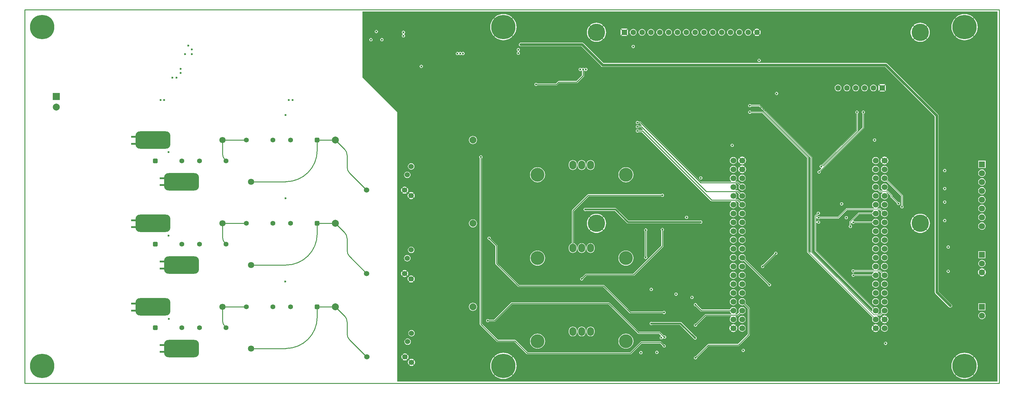
<source format=gbl>
G04 Layer_Physical_Order=4*
G04 Layer_Color=11796480*
%FSLAX43Y43*%
%MOMM*%
G71*
G01*
G75*
%ADD22C,2.000*%
%ADD30C,0.500*%
%ADD31C,0.150*%
%ADD32C,0.250*%
%ADD33C,0.200*%
%ADD34C,0.750*%
%ADD37C,0.254*%
%ADD38C,0.178*%
%ADD39O,2.000X2.500*%
%ADD40C,1.800*%
%ADD41C,1.600*%
%ADD42R,1.600X1.600*%
%ADD43C,1.524*%
%ADD44C,1.700*%
%ADD45C,1.750*%
%ADD46R,1.750X1.750*%
%ADD47C,4.000*%
%ADD48R,2.000X2.000*%
%ADD49C,7.000*%
%ADD50R,1.800X1.800*%
%ADD51C,5.000*%
%ADD52C,1.400*%
G04:AMPARAMS|DCode=53|XSize=1.4mm|YSize=1.4mm|CornerRadius=0.35mm|HoleSize=0mm|Usage=FLASHONLY|Rotation=180.000|XOffset=0mm|YOffset=0mm|HoleType=Round|Shape=RoundedRectangle|*
%AMROUNDEDRECTD53*
21,1,1.400,0.700,0,0,180.0*
21,1,0.700,1.400,0,0,180.0*
1,1,0.700,-0.350,0.350*
1,1,0.700,0.350,0.350*
1,1,0.700,0.350,-0.350*
1,1,0.700,-0.350,-0.350*
%
%ADD53ROUNDEDRECTD53*%
%ADD54C,0.600*%
G04:AMPARAMS|DCode=72|XSize=10mm|YSize=5mm|CornerRadius=1.25mm|HoleSize=0mm|Usage=FLASHONLY|Rotation=180.000|XOffset=0mm|YOffset=0mm|HoleType=Round|Shape=RoundedRectangle|*
%AMROUNDEDRECTD72*
21,1,10.000,2.500,0,0,180.0*
21,1,7.500,5.000,0,0,180.0*
1,1,2.500,-3.750,1.250*
1,1,2.500,3.750,1.250*
1,1,2.500,3.750,-1.250*
1,1,2.500,-3.750,-1.250*
%
%ADD72ROUNDEDRECTD72*%
G36*
X279500Y500D02*
X107000D01*
Y78000D01*
X97000Y88000D01*
Y107000D01*
X279500D01*
Y500D01*
D02*
G37*
%LPC*%
G36*
X109120Y32595D02*
X108855Y32560D01*
X108608Y32457D01*
X108497Y32373D01*
X109120Y31750D01*
X109743Y32373D01*
X109632Y32457D01*
X109385Y32560D01*
X109120Y32595D01*
D02*
G37*
G36*
X275000Y33059D02*
X274705Y33020D01*
X274431Y32906D01*
X274296Y32803D01*
X275000Y32100D01*
X275704Y32803D01*
X275569Y32906D01*
X275295Y33020D01*
X275000Y33059D01*
D02*
G37*
G36*
X244460Y34629D02*
X244199Y34594D01*
X243956Y34493D01*
X243747Y34333D01*
X243587Y34124D01*
X243486Y33881D01*
X243451Y33620D01*
X243486Y33359D01*
X243587Y33116D01*
X243747Y32907D01*
X243956Y32746D01*
X244057Y32704D01*
X244023Y32529D01*
X238388D01*
X238324Y32624D01*
X238176Y32724D01*
X238000Y32759D01*
X237824Y32724D01*
X237676Y32624D01*
X237576Y32476D01*
X237541Y32300D01*
X237576Y32124D01*
X237676Y31976D01*
X237824Y31876D01*
X238000Y31841D01*
X238176Y31876D01*
X238324Y31976D01*
X238388Y32071D01*
X243821D01*
X243880Y31896D01*
X243747Y31793D01*
X243587Y31584D01*
X243486Y31341D01*
X243482Y31309D01*
X238408D01*
X238344Y31404D01*
X238196Y31504D01*
X238020Y31539D01*
X237844Y31504D01*
X237696Y31404D01*
X237596Y31256D01*
X237561Y31080D01*
X237596Y30904D01*
X237696Y30756D01*
X237844Y30656D01*
X238020Y30621D01*
X238196Y30656D01*
X238344Y30756D01*
X238408Y30851D01*
X243482D01*
X243486Y30819D01*
X243587Y30576D01*
X243747Y30367D01*
X243956Y30206D01*
X244199Y30106D01*
X244460Y30071D01*
X244721Y30106D01*
X244964Y30206D01*
X245173Y30367D01*
X245333Y30576D01*
X245434Y30819D01*
X245469Y31080D01*
X245434Y31341D01*
X245333Y31584D01*
X245173Y31793D01*
X245040Y31896D01*
X245099Y32071D01*
X245685D01*
X246146Y31610D01*
X246126Y31584D01*
X246026Y31341D01*
X245991Y31080D01*
X246026Y30819D01*
X246126Y30576D01*
X246287Y30367D01*
X246496Y30206D01*
X246739Y30106D01*
X247000Y30071D01*
X247261Y30106D01*
X247504Y30206D01*
X247713Y30367D01*
X247873Y30576D01*
X247974Y30819D01*
X248009Y31080D01*
X247974Y31341D01*
X247873Y31584D01*
X247713Y31793D01*
X247504Y31953D01*
X247261Y32054D01*
X247000Y32089D01*
X246739Y32054D01*
X246496Y31953D01*
X246470Y31934D01*
X245942Y32462D01*
X245868Y32512D01*
X245780Y32529D01*
X244897D01*
X244863Y32704D01*
X244964Y32746D01*
X245173Y32907D01*
X245333Y33116D01*
X245434Y33359D01*
X245469Y33620D01*
X245434Y33881D01*
X245333Y34124D01*
X245173Y34333D01*
X244964Y34493D01*
X244721Y34594D01*
X244460Y34629D01*
D02*
G37*
G36*
X265300Y32659D02*
X265124Y32624D01*
X264976Y32524D01*
X264876Y32376D01*
X264841Y32200D01*
X264876Y32024D01*
X264976Y31876D01*
X265124Y31776D01*
X265300Y31741D01*
X265476Y31776D01*
X265624Y31876D01*
X265724Y32024D01*
X265759Y32200D01*
X265724Y32376D01*
X265624Y32524D01*
X265476Y32624D01*
X265300Y32659D01*
D02*
G37*
G36*
X108317Y32193D02*
X108233Y32082D01*
X108130Y31835D01*
X108095Y31570D01*
X108130Y31305D01*
X108233Y31058D01*
X108317Y30947D01*
X108940Y31570D01*
X108317Y32193D01*
D02*
G37*
G36*
X274117Y32624D02*
X274014Y32489D01*
X273900Y32215D01*
X273861Y31920D01*
X273900Y31625D01*
X274014Y31351D01*
X274117Y31216D01*
X274820Y31920D01*
X274117Y32624D01*
D02*
G37*
G36*
X275883Y32624D02*
X275180Y31920D01*
X275883Y31216D01*
X275986Y31351D01*
X276100Y31625D01*
X276139Y31920D01*
X276100Y32215D01*
X275986Y32489D01*
X275883Y32624D01*
D02*
G37*
G36*
X203560Y34629D02*
X203299Y34594D01*
X203056Y34493D01*
X202847Y34333D01*
X202686Y34124D01*
X202586Y33881D01*
X202551Y33620D01*
X202586Y33359D01*
X202686Y33116D01*
X202847Y32907D01*
X203056Y32746D01*
X203299Y32646D01*
X203560Y32611D01*
X203821Y32646D01*
X204064Y32746D01*
X204273Y32907D01*
X204433Y33116D01*
X204534Y33359D01*
X204569Y33620D01*
X204534Y33881D01*
X204433Y34124D01*
X204273Y34333D01*
X204064Y34493D01*
X203821Y34594D01*
X203560Y34629D01*
D02*
G37*
G36*
X172700Y38160D02*
X172279Y38119D01*
X171873Y37996D01*
X171500Y37796D01*
X171172Y37528D01*
X170904Y37200D01*
X170704Y36827D01*
X170581Y36421D01*
X170540Y36000D01*
X170581Y35579D01*
X170704Y35173D01*
X170904Y34800D01*
X171172Y34472D01*
X171500Y34204D01*
X171873Y34004D01*
X172279Y33881D01*
X172700Y33840D01*
X173121Y33881D01*
X173527Y34004D01*
X173900Y34204D01*
X174228Y34472D01*
X174496Y34800D01*
X174696Y35173D01*
X174819Y35579D01*
X174860Y36000D01*
X174819Y36421D01*
X174696Y36827D01*
X174496Y37200D01*
X174228Y37528D01*
X173900Y37796D01*
X173527Y37996D01*
X173121Y38119D01*
X172700Y38160D01*
D02*
G37*
G36*
X109880Y36890D02*
X109642Y36859D01*
X109420Y36767D01*
X109230Y36620D01*
X109083Y36430D01*
X108991Y36208D01*
X108960Y35970D01*
X108991Y35732D01*
X109083Y35510D01*
X109230Y35320D01*
X109420Y35173D01*
X109642Y35081D01*
X109880Y35050D01*
X110118Y35081D01*
X110340Y35173D01*
X110530Y35320D01*
X110677Y35510D01*
X110769Y35732D01*
X110800Y35970D01*
X110769Y36208D01*
X110677Y36430D01*
X110530Y36620D01*
X110340Y36767D01*
X110118Y36859D01*
X109880Y36890D01*
D02*
G37*
G36*
X203560Y37169D02*
X203299Y37134D01*
X203056Y37033D01*
X202847Y36873D01*
X202686Y36664D01*
X202586Y36421D01*
X202551Y36160D01*
X202586Y35899D01*
X202686Y35656D01*
X202847Y35447D01*
X203056Y35286D01*
X203299Y35186D01*
X203560Y35151D01*
X203821Y35186D01*
X204064Y35286D01*
X204273Y35447D01*
X204433Y35656D01*
X204534Y35899D01*
X204569Y36160D01*
X204534Y36421D01*
X204433Y36664D01*
X204273Y36873D01*
X204064Y37033D01*
X203821Y37134D01*
X203560Y37169D01*
D02*
G37*
G36*
X147300Y38160D02*
X146879Y38119D01*
X146473Y37996D01*
X146100Y37796D01*
X145772Y37528D01*
X145504Y37200D01*
X145304Y36827D01*
X145181Y36421D01*
X145140Y36000D01*
X145181Y35579D01*
X145304Y35173D01*
X145504Y34800D01*
X145772Y34472D01*
X146100Y34204D01*
X146473Y34004D01*
X146879Y33881D01*
X147300Y33840D01*
X147721Y33881D01*
X148127Y34004D01*
X148500Y34204D01*
X148828Y34472D01*
X149096Y34800D01*
X149296Y35173D01*
X149419Y35579D01*
X149460Y36000D01*
X149419Y36421D01*
X149296Y36827D01*
X149096Y37200D01*
X148828Y37528D01*
X148500Y37796D01*
X148127Y37996D01*
X147721Y38119D01*
X147300Y38160D01*
D02*
G37*
G36*
X206100Y34629D02*
X205839Y34594D01*
X205596Y34493D01*
X205387Y34333D01*
X205227Y34124D01*
X205126Y33881D01*
X205091Y33620D01*
X205126Y33359D01*
X205227Y33116D01*
X205387Y32907D01*
X205596Y32746D01*
X205839Y32646D01*
X206100Y32611D01*
X206361Y32646D01*
X206604Y32746D01*
X206813Y32907D01*
X206973Y33116D01*
X207074Y33359D01*
X207109Y33620D01*
X207074Y33881D01*
X206973Y34124D01*
X206813Y34333D01*
X206604Y34493D01*
X206361Y34594D01*
X206100Y34629D01*
D02*
G37*
G36*
X247000D02*
X246739Y34594D01*
X246496Y34493D01*
X246287Y34333D01*
X246126Y34124D01*
X246026Y33881D01*
X245991Y33620D01*
X246026Y33359D01*
X246126Y33116D01*
X246287Y32907D01*
X246496Y32746D01*
X246739Y32646D01*
X247000Y32611D01*
X247261Y32646D01*
X247504Y32746D01*
X247713Y32907D01*
X247873Y33116D01*
X247974Y33359D01*
X248009Y33620D01*
X247974Y33881D01*
X247873Y34124D01*
X247713Y34333D01*
X247504Y34493D01*
X247261Y34594D01*
X247000Y34629D01*
D02*
G37*
G36*
X275000Y35494D02*
X274732Y35459D01*
X274483Y35355D01*
X274269Y35191D01*
X274105Y34977D01*
X274001Y34728D01*
X273966Y34460D01*
X274001Y34192D01*
X274105Y33943D01*
X274269Y33729D01*
X274483Y33565D01*
X274732Y33461D01*
X275000Y33426D01*
X275268Y33461D01*
X275517Y33565D01*
X275731Y33729D01*
X275895Y33943D01*
X275999Y34192D01*
X276034Y34460D01*
X275999Y34728D01*
X275895Y34977D01*
X275731Y35191D01*
X275517Y35355D01*
X275268Y35459D01*
X275000Y35494D01*
D02*
G37*
G36*
X206100Y37169D02*
X205839Y37134D01*
X205596Y37033D01*
X205387Y36873D01*
X205227Y36664D01*
X205126Y36421D01*
X205091Y36160D01*
X205126Y35899D01*
X205227Y35656D01*
X205387Y35447D01*
X205596Y35286D01*
X205839Y35186D01*
X206100Y35151D01*
X206361Y35186D01*
X206585Y35278D01*
X213512Y28352D01*
X213501Y28300D01*
X213536Y28124D01*
X213636Y27976D01*
X213784Y27876D01*
X213960Y27841D01*
X214136Y27876D01*
X214284Y27976D01*
X214384Y28124D01*
X214419Y28300D01*
X214384Y28476D01*
X214284Y28624D01*
X214136Y28724D01*
X213960Y28759D01*
X213908Y28748D01*
X206982Y35675D01*
X207074Y35899D01*
X207109Y36160D01*
X207074Y36421D01*
X206973Y36664D01*
X206813Y36873D01*
X206604Y37033D01*
X206361Y37134D01*
X206100Y37169D01*
D02*
G37*
G36*
X111000Y29820D02*
X110377Y29197D01*
X110488Y29113D01*
X110735Y29010D01*
X111000Y28975D01*
X111265Y29010D01*
X111512Y29113D01*
X111623Y29197D01*
X111000Y29820D01*
D02*
G37*
G36*
X111803Y30623D02*
X111180Y30000D01*
X111803Y29377D01*
X111887Y29488D01*
X111990Y29735D01*
X112025Y30000D01*
X111990Y30265D01*
X111887Y30512D01*
X111803Y30623D01*
D02*
G37*
G36*
X247000Y29549D02*
X246739Y29514D01*
X246496Y29413D01*
X246287Y29253D01*
X246126Y29044D01*
X246026Y28801D01*
X245991Y28540D01*
X246026Y28279D01*
X246126Y28036D01*
X246287Y27827D01*
X246496Y27667D01*
X246739Y27566D01*
X247000Y27531D01*
X247261Y27566D01*
X247504Y27667D01*
X247713Y27827D01*
X247873Y28036D01*
X247974Y28279D01*
X248009Y28540D01*
X247974Y28801D01*
X247873Y29044D01*
X247713Y29253D01*
X247504Y29413D01*
X247261Y29514D01*
X247000Y29549D01*
D02*
G37*
G36*
X203560D02*
X203299Y29514D01*
X203056Y29413D01*
X202847Y29253D01*
X202686Y29044D01*
X202586Y28801D01*
X202551Y28540D01*
X202586Y28279D01*
X202686Y28036D01*
X202847Y27827D01*
X203056Y27667D01*
X203299Y27566D01*
X203560Y27531D01*
X203821Y27566D01*
X204064Y27667D01*
X204273Y27827D01*
X204433Y28036D01*
X204534Y28279D01*
X204569Y28540D01*
X204534Y28801D01*
X204433Y29044D01*
X204273Y29253D01*
X204064Y29413D01*
X203821Y29514D01*
X203560Y29549D01*
D02*
G37*
G36*
X206100D02*
X205839Y29514D01*
X205596Y29413D01*
X205387Y29253D01*
X205227Y29044D01*
X205126Y28801D01*
X205091Y28540D01*
X205126Y28279D01*
X205227Y28036D01*
X205387Y27827D01*
X205596Y27667D01*
X205839Y27566D01*
X206100Y27531D01*
X206361Y27566D01*
X206604Y27667D01*
X206813Y27827D01*
X206973Y28036D01*
X207074Y28279D01*
X207109Y28540D01*
X207074Y28801D01*
X206973Y29044D01*
X206813Y29253D01*
X206604Y29413D01*
X206361Y29514D01*
X206100Y29549D01*
D02*
G37*
G36*
X244460D02*
X244199Y29514D01*
X243956Y29413D01*
X243747Y29253D01*
X243587Y29044D01*
X243486Y28801D01*
X243451Y28540D01*
X243486Y28279D01*
X243587Y28036D01*
X243747Y27827D01*
X243956Y27667D01*
X244199Y27566D01*
X244460Y27531D01*
X244721Y27566D01*
X244964Y27667D01*
X245173Y27827D01*
X245333Y28036D01*
X245434Y28279D01*
X245469Y28540D01*
X245434Y28801D01*
X245333Y29044D01*
X245173Y29253D01*
X244964Y29413D01*
X244721Y29514D01*
X244460Y29549D01*
D02*
G37*
G36*
X110197Y30623D02*
X110113Y30512D01*
X110010Y30265D01*
X109975Y30000D01*
X110010Y29735D01*
X110113Y29488D01*
X110197Y29377D01*
X110820Y30000D01*
X110197Y30623D01*
D02*
G37*
G36*
X109120Y31390D02*
X108497Y30767D01*
X108608Y30683D01*
X108855Y30580D01*
X109120Y30545D01*
X109385Y30580D01*
X109632Y30683D01*
X109743Y30767D01*
X109120Y31390D01*
D02*
G37*
G36*
X275000Y31740D02*
X274296Y31037D01*
X274431Y30934D01*
X274705Y30820D01*
X275000Y30781D01*
X275295Y30820D01*
X275569Y30934D01*
X275704Y31037D01*
X275000Y31740D01*
D02*
G37*
G36*
X109923Y32193D02*
X109300Y31570D01*
X109923Y30947D01*
X110007Y31058D01*
X110110Y31305D01*
X110145Y31570D01*
X110110Y31835D01*
X110007Y32082D01*
X109923Y32193D01*
D02*
G37*
G36*
X183175Y44684D02*
X182999Y44649D01*
X182851Y44549D01*
X182751Y44401D01*
X182716Y44225D01*
X182751Y44049D01*
X182851Y43901D01*
X182895Y43871D01*
Y39591D01*
X174784Y31480D01*
X161200D01*
X161093Y31459D01*
X161002Y31398D01*
X160052Y30448D01*
X160000Y30459D01*
X159824Y30424D01*
X159676Y30324D01*
X159576Y30176D01*
X159541Y30000D01*
X159576Y29824D01*
X159676Y29676D01*
X159824Y29576D01*
X160000Y29541D01*
X160176Y29576D01*
X160324Y29676D01*
X160424Y29824D01*
X160459Y30000D01*
X160448Y30052D01*
X161316Y30920D01*
X174900D01*
X175007Y30941D01*
X175098Y31002D01*
X183373Y39277D01*
X183434Y39368D01*
X183455Y39475D01*
Y43871D01*
X183499Y43901D01*
X183599Y44049D01*
X183634Y44225D01*
X183599Y44401D01*
X183499Y44549D01*
X183351Y44649D01*
X183175Y44684D01*
D02*
G37*
G36*
X203560Y32089D02*
X203299Y32054D01*
X203056Y31953D01*
X202847Y31793D01*
X202686Y31584D01*
X202586Y31341D01*
X202551Y31080D01*
X202586Y30819D01*
X202686Y30576D01*
X202847Y30367D01*
X203056Y30206D01*
X203299Y30106D01*
X203560Y30071D01*
X203821Y30106D01*
X204064Y30206D01*
X204273Y30367D01*
X204433Y30576D01*
X204534Y30819D01*
X204569Y31080D01*
X204534Y31341D01*
X204433Y31584D01*
X204273Y31793D01*
X204064Y31953D01*
X203821Y32054D01*
X203560Y32089D01*
D02*
G37*
G36*
X206100D02*
X205839Y32054D01*
X205596Y31953D01*
X205387Y31793D01*
X205227Y31584D01*
X205126Y31341D01*
X205091Y31080D01*
X205126Y30819D01*
X205227Y30576D01*
X205387Y30367D01*
X205596Y30206D01*
X205839Y30106D01*
X206100Y30071D01*
X206361Y30106D01*
X206604Y30206D01*
X206813Y30367D01*
X206973Y30576D01*
X207074Y30819D01*
X207109Y31080D01*
X207074Y31341D01*
X206973Y31584D01*
X206813Y31793D01*
X206604Y31953D01*
X206361Y32054D01*
X206100Y32089D01*
D02*
G37*
G36*
X111000Y31025D02*
X110735Y30990D01*
X110488Y30887D01*
X110377Y30803D01*
X111000Y30180D01*
X111623Y30803D01*
X111512Y30887D01*
X111265Y30990D01*
X111000Y31025D01*
D02*
G37*
G36*
X244460Y37169D02*
X244199Y37134D01*
X243956Y37033D01*
X243747Y36873D01*
X243587Y36664D01*
X243486Y36421D01*
X243451Y36160D01*
X243486Y35899D01*
X243587Y35656D01*
X243747Y35447D01*
X243956Y35286D01*
X244199Y35186D01*
X244460Y35151D01*
X244721Y35186D01*
X244964Y35286D01*
X245173Y35447D01*
X245333Y35656D01*
X245434Y35899D01*
X245469Y36160D01*
X245434Y36421D01*
X245333Y36664D01*
X245173Y36873D01*
X244964Y37033D01*
X244721Y37134D01*
X244460Y37169D01*
D02*
G37*
G36*
Y44789D02*
X244199Y44754D01*
X243956Y44653D01*
X243747Y44493D01*
X243587Y44284D01*
X243486Y44041D01*
X243451Y43780D01*
X243486Y43519D01*
X243587Y43276D01*
X243747Y43067D01*
X243956Y42907D01*
X244199Y42806D01*
X244460Y42771D01*
X244721Y42806D01*
X244964Y42907D01*
X245173Y43067D01*
X245333Y43276D01*
X245434Y43519D01*
X245469Y43780D01*
X245434Y44041D01*
X245333Y44284D01*
X245173Y44493D01*
X244964Y44653D01*
X244721Y44754D01*
X244460Y44789D01*
D02*
G37*
G36*
X247000D02*
X246739Y44754D01*
X246496Y44653D01*
X246287Y44493D01*
X246126Y44284D01*
X246026Y44041D01*
X245991Y43780D01*
X246026Y43519D01*
X246126Y43276D01*
X246287Y43067D01*
X246496Y42907D01*
X246739Y42806D01*
X247000Y42771D01*
X247261Y42806D01*
X247504Y42907D01*
X247713Y43067D01*
X247873Y43276D01*
X247974Y43519D01*
X248009Y43780D01*
X247974Y44041D01*
X247873Y44284D01*
X247713Y44493D01*
X247504Y44653D01*
X247261Y44754D01*
X247000Y44789D01*
D02*
G37*
G36*
X164250Y45820D02*
X162393Y43964D01*
X162626Y43765D01*
X162996Y43539D01*
X163396Y43373D01*
X163818Y43271D01*
X164250Y43237D01*
X164682Y43271D01*
X165104Y43373D01*
X165504Y43539D01*
X165874Y43765D01*
X166107Y43964D01*
X164250Y45820D01*
D02*
G37*
G36*
X206100Y44789D02*
X205839Y44754D01*
X205596Y44653D01*
X205387Y44493D01*
X205227Y44284D01*
X205126Y44041D01*
X205091Y43780D01*
X205126Y43519D01*
X205227Y43276D01*
X205387Y43067D01*
X205596Y42907D01*
X205839Y42806D01*
X206100Y42771D01*
X206361Y42806D01*
X206604Y42907D01*
X206813Y43067D01*
X206973Y43276D01*
X207074Y43519D01*
X207109Y43780D01*
X207074Y44041D01*
X206973Y44284D01*
X206813Y44493D01*
X206604Y44653D01*
X206361Y44754D01*
X206100Y44789D01*
D02*
G37*
G36*
X244460Y42249D02*
X244199Y42214D01*
X243956Y42113D01*
X243747Y41953D01*
X243587Y41744D01*
X243486Y41501D01*
X243451Y41240D01*
X243486Y40979D01*
X243587Y40736D01*
X243747Y40527D01*
X243956Y40367D01*
X244199Y40266D01*
X244460Y40231D01*
X244721Y40266D01*
X244964Y40367D01*
X245173Y40527D01*
X245333Y40736D01*
X245434Y40979D01*
X245469Y41240D01*
X245434Y41501D01*
X245333Y41744D01*
X245173Y41953D01*
X244964Y42113D01*
X244721Y42214D01*
X244460Y42249D01*
D02*
G37*
G36*
X247000D02*
X246739Y42214D01*
X246496Y42113D01*
X246287Y41953D01*
X246126Y41744D01*
X246026Y41501D01*
X245991Y41240D01*
X246026Y40979D01*
X246126Y40736D01*
X246287Y40527D01*
X246496Y40367D01*
X246739Y40266D01*
X247000Y40231D01*
X247261Y40266D01*
X247504Y40367D01*
X247713Y40527D01*
X247873Y40736D01*
X247974Y40979D01*
X248009Y41240D01*
X247974Y41501D01*
X247873Y41744D01*
X247713Y41953D01*
X247504Y42113D01*
X247261Y42214D01*
X247000Y42249D01*
D02*
G37*
G36*
X203560Y44789D02*
X203299Y44754D01*
X203056Y44653D01*
X202847Y44493D01*
X202686Y44284D01*
X202586Y44041D01*
X202551Y43780D01*
X202586Y43519D01*
X202686Y43276D01*
X202847Y43067D01*
X203056Y42907D01*
X203299Y42806D01*
X203560Y42771D01*
X203821Y42806D01*
X204064Y42907D01*
X204273Y43067D01*
X204433Y43276D01*
X204534Y43519D01*
X204569Y43780D01*
X204534Y44041D01*
X204433Y44284D01*
X204273Y44493D01*
X204064Y44653D01*
X203821Y44754D01*
X203560Y44789D01*
D02*
G37*
G36*
X257270Y45820D02*
X255413Y43964D01*
X255646Y43765D01*
X256016Y43539D01*
X256416Y43373D01*
X256838Y43271D01*
X257270Y43237D01*
X257702Y43271D01*
X258124Y43373D01*
X258524Y43539D01*
X258894Y43765D01*
X259126Y43964D01*
X257270Y45820D01*
D02*
G37*
G36*
X275000Y46279D02*
X274726Y46243D01*
X274470Y46137D01*
X274251Y45969D01*
X274083Y45750D01*
X273977Y45494D01*
X273941Y45220D01*
X273977Y44946D01*
X274083Y44690D01*
X274251Y44471D01*
X274470Y44303D01*
X274726Y44197D01*
X275000Y44161D01*
X275274Y44197D01*
X275530Y44303D01*
X275749Y44471D01*
X275917Y44690D01*
X276023Y44946D01*
X276059Y45220D01*
X276023Y45494D01*
X275917Y45750D01*
X275749Y45969D01*
X275530Y46137D01*
X275274Y46243D01*
X275000Y46279D01*
D02*
G37*
G36*
X128750Y47160D02*
X128450Y47120D01*
X128170Y47005D01*
X127930Y46820D01*
X127745Y46580D01*
X127630Y46300D01*
X127590Y46000D01*
X127630Y45700D01*
X127745Y45420D01*
X127930Y45180D01*
X128170Y44995D01*
X128450Y44880D01*
X128750Y44840D01*
X129050Y44880D01*
X129330Y44995D01*
X129570Y45180D01*
X129755Y45420D01*
X129870Y45700D01*
X129910Y46000D01*
X129870Y46300D01*
X129755Y46580D01*
X129570Y46820D01*
X129330Y47005D01*
X129050Y47120D01*
X128750Y47160D01*
D02*
G37*
G36*
X203560Y47329D02*
X203299Y47294D01*
X203056Y47193D01*
X202847Y47033D01*
X202686Y46824D01*
X202586Y46581D01*
X202551Y46320D01*
X202586Y46059D01*
X202686Y45816D01*
X202847Y45607D01*
X203056Y45446D01*
X203299Y45346D01*
X203560Y45311D01*
X203821Y45346D01*
X204064Y45446D01*
X204273Y45607D01*
X204433Y45816D01*
X204534Y46059D01*
X204569Y46320D01*
X204534Y46581D01*
X204433Y46824D01*
X204273Y47033D01*
X204064Y47193D01*
X203821Y47294D01*
X203560Y47329D01*
D02*
G37*
G36*
X259306Y47857D02*
X257450Y46000D01*
X259306Y44143D01*
X259505Y44376D01*
X259731Y44746D01*
X259897Y45146D01*
X259999Y45568D01*
X260033Y46000D01*
X259999Y46432D01*
X259897Y46854D01*
X259731Y47254D01*
X259505Y47624D01*
X259306Y47857D01*
D02*
G37*
G36*
X162214Y47857D02*
X162015Y47624D01*
X161789Y47254D01*
X161623Y46854D01*
X161521Y46432D01*
X161487Y46000D01*
X161521Y45568D01*
X161623Y45146D01*
X161789Y44746D01*
X162015Y44376D01*
X162214Y44143D01*
X164070Y46000D01*
X162214Y47857D01*
D02*
G37*
G36*
X255234D02*
X255035Y47624D01*
X254809Y47254D01*
X254643Y46854D01*
X254541Y46432D01*
X254507Y46000D01*
X254541Y45568D01*
X254643Y45146D01*
X254809Y44746D01*
X255035Y44376D01*
X255234Y44143D01*
X257090Y46000D01*
X255234Y47857D01*
D02*
G37*
G36*
X166286Y47857D02*
X164430Y46000D01*
X166286Y44143D01*
X166485Y44376D01*
X166711Y44746D01*
X166877Y45146D01*
X166979Y45568D01*
X167013Y46000D01*
X166979Y46432D01*
X166877Y46854D01*
X166711Y47254D01*
X166485Y47624D01*
X166286Y47857D01*
D02*
G37*
G36*
X111000Y39300D02*
X110762Y39269D01*
X110540Y39177D01*
X110350Y39030D01*
X110203Y38840D01*
X110111Y38618D01*
X110080Y38380D01*
X110111Y38142D01*
X110203Y37920D01*
X110350Y37730D01*
X110540Y37583D01*
X110762Y37491D01*
X111000Y37460D01*
X111238Y37491D01*
X111460Y37583D01*
X111650Y37730D01*
X111797Y37920D01*
X111889Y38142D01*
X111920Y38380D01*
X111889Y38618D01*
X111797Y38840D01*
X111650Y39030D01*
X111460Y39177D01*
X111238Y39269D01*
X111000Y39300D01*
D02*
G37*
G36*
X160000Y40310D02*
X159700Y40270D01*
X159420Y40155D01*
X159180Y39970D01*
X158995Y39730D01*
X158880Y39450D01*
X158840Y39150D01*
Y38650D01*
X158880Y38350D01*
X158995Y38070D01*
X159180Y37830D01*
X159420Y37645D01*
X159700Y37530D01*
X160000Y37490D01*
X160300Y37530D01*
X160580Y37645D01*
X160820Y37830D01*
X161005Y38070D01*
X161120Y38350D01*
X161160Y38650D01*
Y39150D01*
X161120Y39450D01*
X161005Y39730D01*
X160820Y39970D01*
X160580Y40155D01*
X160300Y40270D01*
X160000Y40310D01*
D02*
G37*
G36*
X162550D02*
X162250Y40270D01*
X161970Y40155D01*
X161730Y39970D01*
X161545Y39730D01*
X161430Y39450D01*
X161390Y39150D01*
Y38650D01*
X161430Y38350D01*
X161545Y38070D01*
X161730Y37830D01*
X161970Y37645D01*
X162250Y37530D01*
X162550Y37490D01*
X162850Y37530D01*
X163130Y37645D01*
X163370Y37830D01*
X163555Y38070D01*
X163670Y38350D01*
X163710Y38650D01*
Y39150D01*
X163670Y39450D01*
X163555Y39730D01*
X163370Y39970D01*
X163130Y40155D01*
X162850Y40270D01*
X162550Y40310D01*
D02*
G37*
G36*
X215760Y37859D02*
X215584Y37824D01*
X215436Y37724D01*
X215336Y37576D01*
X215301Y37400D01*
X215312Y37348D01*
X212032Y34068D01*
X211980Y34079D01*
X211804Y34044D01*
X211656Y33944D01*
X211556Y33796D01*
X211521Y33620D01*
X211556Y33444D01*
X211656Y33296D01*
X211804Y33196D01*
X211980Y33161D01*
X212156Y33196D01*
X212304Y33296D01*
X212404Y33444D01*
X212439Y33620D01*
X212428Y33672D01*
X215708Y36952D01*
X215760Y36941D01*
X215936Y36976D01*
X216084Y37076D01*
X216184Y37224D01*
X216219Y37400D01*
X216184Y37576D01*
X216084Y37724D01*
X215936Y37824D01*
X215760Y37859D01*
D02*
G37*
G36*
X247000Y37169D02*
X246739Y37134D01*
X246496Y37033D01*
X246287Y36873D01*
X246126Y36664D01*
X246026Y36421D01*
X245991Y36160D01*
X246026Y35899D01*
X246126Y35656D01*
X246287Y35447D01*
X246496Y35286D01*
X246739Y35186D01*
X247000Y35151D01*
X247261Y35186D01*
X247504Y35286D01*
X247713Y35447D01*
X247873Y35656D01*
X247974Y35899D01*
X248009Y36160D01*
X247974Y36421D01*
X247873Y36664D01*
X247713Y36873D01*
X247504Y37033D01*
X247261Y37134D01*
X247000Y37169D01*
D02*
G37*
G36*
X178400Y44559D02*
X178224Y44524D01*
X178076Y44424D01*
X177976Y44276D01*
X177941Y44100D01*
X177976Y43924D01*
X178076Y43776D01*
X178120Y43746D01*
Y36554D01*
X178076Y36524D01*
X177976Y36376D01*
X177941Y36200D01*
X177976Y36024D01*
X178076Y35876D01*
X178224Y35776D01*
X178400Y35741D01*
X178576Y35776D01*
X178724Y35876D01*
X178824Y36024D01*
X178859Y36200D01*
X178824Y36376D01*
X178724Y36524D01*
X178680Y36554D01*
Y43746D01*
X178724Y43776D01*
X178824Y43924D01*
X178859Y44100D01*
X178824Y44276D01*
X178724Y44424D01*
X178576Y44524D01*
X178400Y44559D01*
D02*
G37*
G36*
X276025Y38025D02*
X273975D01*
Y35975D01*
X276025D01*
Y38025D01*
D02*
G37*
G36*
X208300Y80359D02*
X208124Y80324D01*
X207976Y80224D01*
X207876Y80076D01*
X207841Y79900D01*
X207876Y79724D01*
X207976Y79576D01*
X208124Y79476D01*
X208300Y79441D01*
X208476Y79476D01*
X208624Y79576D01*
X208688Y79671D01*
X211005D01*
X225771Y64905D01*
Y37700D01*
X225785Y37627D01*
X225777Y37617D01*
X225588Y37576D01*
X225229Y37935D01*
Y65000D01*
X225212Y65088D01*
X225162Y65162D01*
X212162Y78162D01*
X212088Y78212D01*
X212000Y78229D01*
X208688D01*
X208624Y78324D01*
X208476Y78424D01*
X208300Y78459D01*
X208124Y78424D01*
X207976Y78324D01*
X207876Y78176D01*
X207841Y78000D01*
X207876Y77824D01*
X207976Y77676D01*
X208124Y77576D01*
X208300Y77541D01*
X208476Y77576D01*
X208624Y77676D01*
X208688Y77771D01*
X211905D01*
X224771Y64905D01*
Y37840D01*
X224788Y37752D01*
X224838Y37678D01*
X243606Y18910D01*
X243587Y18884D01*
X243486Y18641D01*
X243451Y18380D01*
X243486Y18119D01*
X243587Y17876D01*
X243747Y17667D01*
X243956Y17507D01*
X244199Y17406D01*
X244460Y17371D01*
X244721Y17406D01*
X244964Y17507D01*
X245173Y17667D01*
X245333Y17876D01*
X245434Y18119D01*
X245469Y18380D01*
X245434Y18641D01*
X245333Y18884D01*
X245173Y19093D01*
X244964Y19253D01*
X244863Y19296D01*
X244897Y19471D01*
X245780D01*
X245868Y19488D01*
X245942Y19538D01*
X246470Y20066D01*
X246496Y20046D01*
X246739Y19946D01*
X247000Y19911D01*
X247261Y19946D01*
X247504Y20046D01*
X247713Y20207D01*
X247873Y20416D01*
X247974Y20659D01*
X248009Y20920D01*
X247974Y21181D01*
X247873Y21424D01*
X247713Y21633D01*
X247504Y21793D01*
X247261Y21894D01*
X247000Y21929D01*
X246739Y21894D01*
X246496Y21793D01*
X246287Y21633D01*
X246126Y21424D01*
X246026Y21181D01*
X245991Y20920D01*
X246026Y20659D01*
X246126Y20416D01*
X246146Y20390D01*
X245685Y19929D01*
X245099D01*
X245040Y20104D01*
X245173Y20207D01*
X245333Y20416D01*
X245434Y20659D01*
X245469Y20920D01*
X245434Y21181D01*
X245333Y21424D01*
X245173Y21633D01*
X244964Y21793D01*
X244721Y21894D01*
X244460Y21929D01*
X244199Y21894D01*
X243956Y21793D01*
X243930Y21774D01*
X227429Y38275D01*
Y46206D01*
X227604Y46223D01*
X227611Y46189D01*
X227711Y46041D01*
X227859Y45941D01*
X228035Y45906D01*
X228211Y45941D01*
X228359Y46041D01*
X228459Y46189D01*
X228494Y46365D01*
X228459Y46541D01*
X228359Y46689D01*
X228211Y46789D01*
X228035Y46824D01*
X227859Y46789D01*
X227711Y46689D01*
X227611Y46541D01*
X227604Y46507D01*
X227429Y46524D01*
Y47476D01*
X227604Y47493D01*
X227611Y47459D01*
X227711Y47311D01*
X227859Y47211D01*
X228035Y47176D01*
X228211Y47211D01*
X228359Y47311D01*
X228423Y47406D01*
X233635D01*
X233723Y47423D01*
X233797Y47473D01*
X236195Y49871D01*
X243847D01*
X243906Y49696D01*
X243747Y49573D01*
X243587Y49364D01*
X243486Y49121D01*
X243482Y49089D01*
X239560D01*
X239560Y49089D01*
X239472Y49072D01*
X239398Y49022D01*
X237033Y46657D01*
X236983Y46583D01*
X236966Y46495D01*
Y45483D01*
X236871Y45419D01*
X236771Y45271D01*
X236736Y45095D01*
X236771Y44919D01*
X236871Y44771D01*
X237019Y44671D01*
X237195Y44636D01*
X237371Y44671D01*
X237519Y44771D01*
X237619Y44919D01*
X237654Y45095D01*
X237619Y45271D01*
X237519Y45419D01*
X237424Y45483D01*
Y46111D01*
X237596Y46144D01*
X237696Y45996D01*
X237844Y45896D01*
X238020Y45861D01*
X238196Y45896D01*
X238344Y45996D01*
X238408Y46091D01*
X243482D01*
X243486Y46059D01*
X243587Y45816D01*
X243747Y45607D01*
X243956Y45446D01*
X244199Y45346D01*
X244460Y45311D01*
X244721Y45346D01*
X244964Y45446D01*
X245173Y45607D01*
X245333Y45816D01*
X245434Y46059D01*
X245469Y46320D01*
X245434Y46581D01*
X245333Y46824D01*
X245173Y47033D01*
X244964Y47193D01*
X244721Y47294D01*
X244460Y47329D01*
X244199Y47294D01*
X243956Y47193D01*
X243747Y47033D01*
X243587Y46824D01*
X243486Y46581D01*
X243482Y46549D01*
X238408D01*
X238344Y46644D01*
X238196Y46744D01*
X238046Y46774D01*
X237998Y46856D01*
X237972Y46948D01*
X239655Y48631D01*
X243482D01*
X243486Y48599D01*
X243587Y48356D01*
X243747Y48147D01*
X243956Y47986D01*
X244199Y47886D01*
X244460Y47851D01*
X244721Y47886D01*
X244964Y47986D01*
X245173Y48147D01*
X245333Y48356D01*
X245434Y48599D01*
X245469Y48860D01*
X245434Y49121D01*
X245333Y49364D01*
X245173Y49573D01*
X245014Y49696D01*
X245073Y49871D01*
X245665D01*
X246146Y49390D01*
X246126Y49364D01*
X246026Y49121D01*
X245991Y48860D01*
X246026Y48599D01*
X246126Y48356D01*
X246287Y48147D01*
X246496Y47986D01*
X246739Y47886D01*
X247000Y47851D01*
X247261Y47886D01*
X247504Y47986D01*
X247713Y48147D01*
X247873Y48356D01*
X247974Y48599D01*
X248009Y48860D01*
X247974Y49121D01*
X247873Y49364D01*
X247713Y49573D01*
X247504Y49733D01*
X247261Y49834D01*
X247000Y49869D01*
X246739Y49834D01*
X246496Y49733D01*
X246470Y49714D01*
X245922Y50262D01*
X245848Y50312D01*
X245760Y50329D01*
X244946D01*
X244911Y50504D01*
X244964Y50527D01*
X245173Y50687D01*
X245333Y50896D01*
X245434Y51139D01*
X245469Y51400D01*
X245434Y51661D01*
X245333Y51904D01*
X245173Y52113D01*
X244964Y52273D01*
X244721Y52374D01*
X244460Y52409D01*
X244199Y52374D01*
X243956Y52273D01*
X243747Y52113D01*
X243587Y51904D01*
X243486Y51661D01*
X243451Y51400D01*
X243486Y51139D01*
X243587Y50896D01*
X243747Y50687D01*
X243956Y50527D01*
X244009Y50504D01*
X243974Y50329D01*
X236100D01*
X236012Y50312D01*
X235938Y50262D01*
X233540Y47864D01*
X228423D01*
X228359Y47959D01*
X228211Y48059D01*
X228035Y48094D01*
X227859Y48059D01*
X227711Y47959D01*
X227611Y47811D01*
X227604Y47777D01*
X227429Y47794D01*
Y48015D01*
X227883Y48468D01*
X227995Y48446D01*
X228171Y48481D01*
X228319Y48581D01*
X228419Y48729D01*
X228454Y48905D01*
X228419Y49081D01*
X228319Y49229D01*
X228171Y49329D01*
X227995Y49364D01*
X227819Y49329D01*
X227671Y49229D01*
X227571Y49081D01*
X227536Y48905D01*
X227558Y48793D01*
X227038Y48272D01*
X226988Y48198D01*
X226971Y48110D01*
Y38180D01*
X226988Y38092D01*
X227038Y38018D01*
X243606Y21450D01*
X243587Y21424D01*
X243486Y21181D01*
X243451Y20920D01*
X243466Y20805D01*
X243301Y20724D01*
X226229Y37795D01*
Y65000D01*
X226229Y65000D01*
X226212Y65088D01*
X226162Y65162D01*
X226162Y65162D01*
X211262Y80062D01*
X211188Y80112D01*
X211100Y80129D01*
X208688D01*
X208624Y80224D01*
X208476Y80324D01*
X208300Y80359D01*
D02*
G37*
G36*
X265300Y39659D02*
X265124Y39624D01*
X264976Y39524D01*
X264876Y39376D01*
X264841Y39200D01*
X264876Y39024D01*
X264976Y38876D01*
X265124Y38776D01*
X265300Y38741D01*
X265476Y38776D01*
X265624Y38876D01*
X265724Y39024D01*
X265759Y39200D01*
X265724Y39376D01*
X265624Y39524D01*
X265476Y39624D01*
X265300Y39659D01*
D02*
G37*
G36*
X203560Y42249D02*
X203299Y42214D01*
X203056Y42113D01*
X202847Y41953D01*
X202686Y41744D01*
X202586Y41501D01*
X202551Y41240D01*
X202586Y40979D01*
X202686Y40736D01*
X202847Y40527D01*
X203056Y40367D01*
X203299Y40266D01*
X203560Y40231D01*
X203821Y40266D01*
X204064Y40367D01*
X204273Y40527D01*
X204433Y40736D01*
X204534Y40979D01*
X204569Y41240D01*
X204534Y41501D01*
X204433Y41744D01*
X204273Y41953D01*
X204064Y42113D01*
X203821Y42214D01*
X203560Y42249D01*
D02*
G37*
G36*
X206100D02*
X205839Y42214D01*
X205596Y42113D01*
X205387Y41953D01*
X205227Y41744D01*
X205126Y41501D01*
X205091Y41240D01*
X205126Y40979D01*
X205227Y40736D01*
X205387Y40527D01*
X205596Y40367D01*
X205839Y40266D01*
X206100Y40231D01*
X206361Y40266D01*
X206604Y40367D01*
X206813Y40527D01*
X206973Y40736D01*
X207074Y40979D01*
X207109Y41240D01*
X207074Y41501D01*
X206973Y41744D01*
X206813Y41953D01*
X206604Y42113D01*
X206361Y42214D01*
X206100Y42249D01*
D02*
G37*
G36*
X247000Y39709D02*
X246739Y39674D01*
X246496Y39573D01*
X246287Y39413D01*
X246126Y39204D01*
X246026Y38961D01*
X245991Y38700D01*
X246026Y38439D01*
X246126Y38196D01*
X246287Y37987D01*
X246496Y37826D01*
X246739Y37726D01*
X247000Y37691D01*
X247261Y37726D01*
X247504Y37826D01*
X247713Y37987D01*
X247873Y38196D01*
X247974Y38439D01*
X248009Y38700D01*
X247974Y38961D01*
X247873Y39204D01*
X247713Y39413D01*
X247504Y39573D01*
X247261Y39674D01*
X247000Y39709D01*
D02*
G37*
G36*
X203560D02*
X203299Y39674D01*
X203056Y39573D01*
X202847Y39413D01*
X202686Y39204D01*
X202586Y38961D01*
X202551Y38700D01*
X202586Y38439D01*
X202686Y38196D01*
X202847Y37987D01*
X203056Y37826D01*
X203299Y37726D01*
X203560Y37691D01*
X203821Y37726D01*
X204064Y37826D01*
X204273Y37987D01*
X204433Y38196D01*
X204534Y38439D01*
X204569Y38700D01*
X204534Y38961D01*
X204433Y39204D01*
X204273Y39413D01*
X204064Y39573D01*
X203821Y39674D01*
X203560Y39709D01*
D02*
G37*
G36*
X206100D02*
X205839Y39674D01*
X205596Y39573D01*
X205387Y39413D01*
X205227Y39204D01*
X205126Y38961D01*
X205091Y38700D01*
X205126Y38439D01*
X205227Y38196D01*
X205387Y37987D01*
X205596Y37826D01*
X205839Y37726D01*
X206100Y37691D01*
X206361Y37726D01*
X206604Y37826D01*
X206813Y37987D01*
X206973Y38196D01*
X207074Y38439D01*
X207109Y38700D01*
X207074Y38961D01*
X206973Y39204D01*
X206813Y39413D01*
X206604Y39573D01*
X206361Y39674D01*
X206100Y39709D01*
D02*
G37*
G36*
X244460D02*
X244199Y39674D01*
X243956Y39573D01*
X243747Y39413D01*
X243587Y39204D01*
X243486Y38961D01*
X243451Y38700D01*
X243486Y38439D01*
X243587Y38196D01*
X243747Y37987D01*
X243956Y37826D01*
X244199Y37726D01*
X244460Y37691D01*
X244721Y37726D01*
X244964Y37826D01*
X245173Y37987D01*
X245333Y38196D01*
X245434Y38439D01*
X245469Y38700D01*
X245434Y38961D01*
X245333Y39204D01*
X245173Y39413D01*
X244964Y39573D01*
X244721Y39674D01*
X244460Y39709D01*
D02*
G37*
G36*
X180000Y27459D02*
X179824Y27424D01*
X179676Y27324D01*
X179576Y27176D01*
X179541Y27000D01*
X179576Y26824D01*
X179676Y26676D01*
X179824Y26576D01*
X180000Y26541D01*
X180176Y26576D01*
X180324Y26676D01*
X180424Y26824D01*
X180459Y27000D01*
X180424Y27176D01*
X180324Y27324D01*
X180176Y27424D01*
X180000Y27459D01*
D02*
G37*
G36*
X206430Y9889D02*
X206254Y9854D01*
X206106Y9754D01*
X206006Y9606D01*
X205971Y9430D01*
X206006Y9254D01*
X206106Y9106D01*
X206254Y9006D01*
X206430Y8971D01*
X206606Y9006D01*
X206754Y9106D01*
X206854Y9254D01*
X206889Y9430D01*
X206854Y9606D01*
X206754Y9754D01*
X206606Y9854D01*
X206430Y9889D01*
D02*
G37*
G36*
X147300Y14260D02*
X146879Y14219D01*
X146473Y14096D01*
X146100Y13896D01*
X145772Y13628D01*
X145504Y13300D01*
X145304Y12927D01*
X145181Y12521D01*
X145140Y12100D01*
X145181Y11679D01*
X145304Y11273D01*
X145504Y10900D01*
X145772Y10572D01*
X146100Y10304D01*
X146473Y10104D01*
X146879Y9981D01*
X147300Y9940D01*
X147721Y9981D01*
X148127Y10104D01*
X148500Y10304D01*
X148828Y10572D01*
X149096Y10900D01*
X149296Y11273D01*
X149419Y11679D01*
X149460Y12100D01*
X149419Y12521D01*
X149296Y12927D01*
X149096Y13300D01*
X148828Y13628D01*
X148500Y13896D01*
X148127Y14096D01*
X147721Y14219D01*
X147300Y14260D01*
D02*
G37*
G36*
X172700D02*
X172279Y14219D01*
X171873Y14096D01*
X171500Y13896D01*
X171172Y13628D01*
X170904Y13300D01*
X170704Y12927D01*
X170581Y12521D01*
X170540Y12100D01*
X170581Y11679D01*
X170704Y11273D01*
X170904Y10900D01*
X171172Y10572D01*
X171500Y10304D01*
X171873Y10104D01*
X172279Y9981D01*
X172700Y9940D01*
X173121Y9981D01*
X173527Y10104D01*
X173900Y10304D01*
X174228Y10572D01*
X174496Y10900D01*
X174696Y11273D01*
X174819Y11679D01*
X174860Y12100D01*
X174819Y12521D01*
X174696Y12927D01*
X174496Y13300D01*
X174228Y13628D01*
X173900Y13896D01*
X173527Y14096D01*
X173121Y14219D01*
X172700Y14260D01*
D02*
G37*
G36*
X181600Y9359D02*
X181424Y9324D01*
X181276Y9224D01*
X181176Y9076D01*
X181141Y8900D01*
X181176Y8724D01*
X181276Y8576D01*
X181424Y8476D01*
X181600Y8441D01*
X181776Y8476D01*
X181924Y8576D01*
X182024Y8724D01*
X182059Y8900D01*
X182024Y9076D01*
X181924Y9224D01*
X181776Y9324D01*
X181600Y9359D01*
D02*
G37*
G36*
X206100Y24469D02*
X205839Y24434D01*
X205596Y24333D01*
X205387Y24173D01*
X205227Y23964D01*
X205126Y23721D01*
X205091Y23460D01*
X205126Y23199D01*
X205227Y22956D01*
X205387Y22747D01*
X205596Y22587D01*
X205839Y22486D01*
X206100Y22451D01*
X206361Y22486D01*
X206585Y22578D01*
X207720Y21444D01*
Y14116D01*
X204884Y11280D01*
X196400D01*
X196293Y11259D01*
X196202Y11198D01*
X192752Y7748D01*
X192700Y7759D01*
X192524Y7724D01*
X192376Y7624D01*
X192276Y7476D01*
X192241Y7300D01*
X192276Y7124D01*
X192376Y6976D01*
X192524Y6876D01*
X192700Y6841D01*
X192876Y6876D01*
X193024Y6976D01*
X193124Y7124D01*
X193159Y7300D01*
X193148Y7352D01*
X196516Y10720D01*
X205000D01*
X205107Y10741D01*
X205198Y10802D01*
X208198Y13802D01*
X208259Y13893D01*
X208280Y14000D01*
Y21560D01*
X208259Y21667D01*
X208198Y21758D01*
X206982Y22975D01*
X207074Y23199D01*
X207109Y23460D01*
X207074Y23721D01*
X206973Y23964D01*
X206813Y24173D01*
X206604Y24333D01*
X206361Y24434D01*
X206100Y24469D01*
D02*
G37*
G36*
X109220Y8595D02*
X108955Y8560D01*
X108708Y8457D01*
X108597Y8373D01*
X109220Y7750D01*
X109843Y8373D01*
X109732Y8457D01*
X109485Y8560D01*
X109220Y8595D01*
D02*
G37*
G36*
X177000Y9259D02*
X176824Y9224D01*
X176676Y9124D01*
X176576Y8976D01*
X176541Y8800D01*
X176576Y8624D01*
X176676Y8476D01*
X176824Y8376D01*
X177000Y8341D01*
X177176Y8376D01*
X177324Y8476D01*
X177424Y8624D01*
X177459Y8800D01*
X177424Y8976D01*
X177324Y9124D01*
X177176Y9224D01*
X177000Y9259D01*
D02*
G37*
G36*
X131025Y65584D02*
X130849Y65549D01*
X130701Y65449D01*
X130601Y65301D01*
X130566Y65125D01*
X130601Y64949D01*
X130701Y64801D01*
X130745Y64771D01*
Y16975D01*
X130766Y16868D01*
X130827Y16777D01*
X135602Y12002D01*
X135693Y11941D01*
X135800Y11920D01*
X135800Y11920D01*
X140684D01*
X144202Y8402D01*
X144293Y8341D01*
X144400Y8320D01*
X174000D01*
X174107Y8341D01*
X174198Y8402D01*
X177216Y11420D01*
X182584D01*
X183222Y10782D01*
X183211Y10730D01*
X183246Y10554D01*
X183346Y10406D01*
X183494Y10306D01*
X183670Y10271D01*
X183846Y10306D01*
X183994Y10406D01*
X184094Y10554D01*
X184129Y10730D01*
X184094Y10906D01*
X183994Y11054D01*
X183846Y11154D01*
X183670Y11189D01*
X183618Y11178D01*
X182898Y11898D01*
X182807Y11959D01*
X182700Y11980D01*
X177100D01*
X176993Y11959D01*
X176902Y11898D01*
X173884Y8880D01*
X144516D01*
X140998Y12398D01*
X140907Y12459D01*
X140800Y12480D01*
X135916D01*
X131305Y17091D01*
Y64771D01*
X131349Y64801D01*
X131449Y64949D01*
X131484Y65125D01*
X131449Y65301D01*
X131349Y65449D01*
X131201Y65549D01*
X131025Y65584D01*
D02*
G37*
G36*
X111100Y15300D02*
X110862Y15269D01*
X110640Y15177D01*
X110450Y15030D01*
X110303Y14840D01*
X110211Y14618D01*
X110180Y14380D01*
X110211Y14142D01*
X110303Y13920D01*
X110450Y13730D01*
X110640Y13583D01*
X110862Y13491D01*
X111100Y13460D01*
X111338Y13491D01*
X111560Y13583D01*
X111750Y13730D01*
X111897Y13920D01*
X111989Y14142D01*
X112020Y14380D01*
X111989Y14618D01*
X111897Y14840D01*
X111750Y15030D01*
X111560Y15177D01*
X111338Y15269D01*
X111100Y15300D01*
D02*
G37*
G36*
X157450Y16310D02*
X157150Y16270D01*
X156870Y16155D01*
X156630Y15970D01*
X156445Y15730D01*
X156330Y15450D01*
X156290Y15150D01*
Y14650D01*
X156330Y14350D01*
X156445Y14070D01*
X156630Y13830D01*
X156870Y13645D01*
X157150Y13530D01*
X157450Y13490D01*
X157750Y13530D01*
X158030Y13645D01*
X158270Y13830D01*
X158455Y14070D01*
X158570Y14350D01*
X158610Y14650D01*
Y15150D01*
X158570Y15450D01*
X158455Y15730D01*
X158270Y15970D01*
X158030Y16155D01*
X157750Y16270D01*
X157450Y16310D01*
D02*
G37*
G36*
X160000D02*
X159700Y16270D01*
X159420Y16155D01*
X159180Y15970D01*
X158995Y15730D01*
X158880Y15450D01*
X158840Y15150D01*
Y14650D01*
X158880Y14350D01*
X158995Y14070D01*
X159180Y13830D01*
X159420Y13645D01*
X159700Y13530D01*
X160000Y13490D01*
X160300Y13530D01*
X160580Y13645D01*
X160820Y13830D01*
X161005Y14070D01*
X161120Y14350D01*
X161160Y14650D01*
Y15150D01*
X161120Y15450D01*
X161005Y15730D01*
X160820Y15970D01*
X160580Y16155D01*
X160300Y16270D01*
X160000Y16310D01*
D02*
G37*
G36*
X167800Y23280D02*
X139900D01*
X139793Y23259D01*
X139702Y23198D01*
X134784Y18280D01*
X133354D01*
X133324Y18324D01*
X133176Y18424D01*
X133000Y18459D01*
X132824Y18424D01*
X132676Y18324D01*
X132576Y18176D01*
X132541Y18000D01*
X132576Y17824D01*
X132676Y17676D01*
X132824Y17576D01*
X133000Y17541D01*
X133176Y17576D01*
X133324Y17676D01*
X133354Y17720D01*
X134900D01*
X135007Y17741D01*
X135098Y17802D01*
X140016Y22720D01*
X167684D01*
X176102Y14302D01*
X176193Y14241D01*
X176300Y14220D01*
X182284D01*
X182788Y13715D01*
X182731Y13525D01*
X182724Y13524D01*
X182576Y13424D01*
X182476Y13276D01*
X182441Y13100D01*
X182476Y12924D01*
X182576Y12776D01*
X182724Y12676D01*
X182900Y12641D01*
X183076Y12676D01*
X183224Y12776D01*
X183312Y12906D01*
X183374Y12932D01*
X183508Y12954D01*
X183624Y12876D01*
X183800Y12841D01*
X183976Y12876D01*
X184124Y12976D01*
X184224Y13124D01*
X184259Y13300D01*
X184224Y13476D01*
X184124Y13624D01*
X183976Y13724D01*
X183800Y13759D01*
X183624Y13724D01*
X183593Y13703D01*
X182598Y14698D01*
X182507Y14759D01*
X182400Y14780D01*
X176416D01*
X167998Y23198D01*
X167907Y23259D01*
X167800Y23280D01*
D02*
G37*
G36*
X247330Y11929D02*
X247154Y11894D01*
X247006Y11794D01*
X246906Y11646D01*
X246871Y11470D01*
X246906Y11294D01*
X247006Y11146D01*
X247154Y11046D01*
X247330Y11011D01*
X247506Y11046D01*
X247654Y11146D01*
X247754Y11294D01*
X247789Y11470D01*
X247754Y11646D01*
X247654Y11794D01*
X247506Y11894D01*
X247330Y11929D01*
D02*
G37*
G36*
X109980Y12890D02*
X109742Y12859D01*
X109520Y12767D01*
X109330Y12620D01*
X109183Y12430D01*
X109091Y12208D01*
X109060Y11970D01*
X109091Y11732D01*
X109183Y11510D01*
X109330Y11320D01*
X109520Y11173D01*
X109742Y11081D01*
X109980Y11050D01*
X110218Y11081D01*
X110440Y11173D01*
X110630Y11320D01*
X110777Y11510D01*
X110869Y11732D01*
X110900Y11970D01*
X110869Y12208D01*
X110777Y12430D01*
X110630Y12620D01*
X110440Y12767D01*
X110218Y12859D01*
X109980Y12890D01*
D02*
G37*
G36*
X180000Y17659D02*
X179824Y17624D01*
X179676Y17524D01*
X179576Y17376D01*
X179541Y17200D01*
X179576Y17024D01*
X179676Y16876D01*
X179824Y16776D01*
X180000Y16741D01*
X180176Y16776D01*
X180200Y16792D01*
X188231D01*
X192170Y12853D01*
X192176Y12824D01*
X192276Y12676D01*
X192424Y12576D01*
X192600Y12541D01*
X192776Y12576D01*
X192924Y12676D01*
X193024Y12824D01*
X193059Y13000D01*
X193024Y13176D01*
X192924Y13324D01*
X192776Y13424D01*
X192747Y13430D01*
X188688Y17488D01*
X188556Y17577D01*
X188400Y17608D01*
X188400Y17608D01*
X180200D01*
X180176Y17624D01*
X180000Y17659D01*
D02*
G37*
G36*
X134755Y7566D02*
X134454Y7213D01*
X134145Y6710D01*
X133919Y6164D01*
X133781Y5589D01*
X133734Y5000D01*
X133781Y4411D01*
X133919Y3836D01*
X134145Y3290D01*
X134454Y2787D01*
X134755Y2434D01*
X137320Y5000D01*
X134755Y7566D01*
D02*
G37*
G36*
X140245Y7566D02*
X137680Y5000D01*
X140245Y2434D01*
X140546Y2787D01*
X140855Y3290D01*
X141081Y3836D01*
X141219Y4411D01*
X141266Y5000D01*
X141219Y5589D01*
X141081Y6164D01*
X140855Y6710D01*
X140546Y7213D01*
X140245Y7566D01*
D02*
G37*
G36*
X111100Y5820D02*
X110477Y5197D01*
X110588Y5113D01*
X110835Y5010D01*
X111100Y4975D01*
X111365Y5010D01*
X111612Y5113D01*
X111723Y5197D01*
X111100Y5820D01*
D02*
G37*
G36*
X272745Y7566D02*
X270180Y5000D01*
X272745Y2434D01*
X273046Y2787D01*
X273355Y3290D01*
X273581Y3836D01*
X273719Y4411D01*
X273766Y5000D01*
X273719Y5589D01*
X273581Y6164D01*
X273355Y6710D01*
X273046Y7213D01*
X272745Y7566D01*
D02*
G37*
G36*
X270000Y4820D02*
X267434Y2255D01*
X267787Y1954D01*
X268290Y1645D01*
X268836Y1419D01*
X269411Y1281D01*
X270000Y1234D01*
X270589Y1281D01*
X271164Y1419D01*
X271710Y1645D01*
X272213Y1954D01*
X272566Y2255D01*
X270000Y4820D01*
D02*
G37*
G36*
X137500Y4820D02*
X134934Y2255D01*
X135287Y1954D01*
X135790Y1645D01*
X136336Y1419D01*
X136911Y1281D01*
X137500Y1234D01*
X138089Y1281D01*
X138664Y1419D01*
X139210Y1645D01*
X139713Y1954D01*
X140066Y2255D01*
X137500Y4820D01*
D02*
G37*
G36*
X267255Y7566D02*
X266954Y7213D01*
X266645Y6710D01*
X266419Y6164D01*
X266281Y5589D01*
X266234Y5000D01*
X266281Y4411D01*
X266419Y3836D01*
X266645Y3290D01*
X266954Y2787D01*
X267255Y2434D01*
X269820Y5000D01*
X267255Y7566D01*
D02*
G37*
G36*
X270000Y8766D02*
X269411Y8719D01*
X268836Y8581D01*
X268290Y8355D01*
X267787Y8046D01*
X267434Y7745D01*
X270000Y5180D01*
X272566Y7745D01*
X272213Y8046D01*
X271710Y8355D01*
X271164Y8581D01*
X270589Y8719D01*
X270000Y8766D01*
D02*
G37*
G36*
X109220Y7390D02*
X108597Y6767D01*
X108708Y6683D01*
X108955Y6580D01*
X109220Y6545D01*
X109485Y6580D01*
X109732Y6683D01*
X109843Y6767D01*
X109220Y7390D01*
D02*
G37*
G36*
X108417Y8193D02*
X108333Y8082D01*
X108230Y7835D01*
X108195Y7570D01*
X108230Y7305D01*
X108333Y7058D01*
X108417Y6947D01*
X109040Y7570D01*
X108417Y8193D01*
D02*
G37*
G36*
X110023Y8193D02*
X109400Y7570D01*
X110023Y6947D01*
X110107Y7058D01*
X110210Y7305D01*
X110245Y7570D01*
X110210Y7835D01*
X110107Y8082D01*
X110023Y8193D01*
D02*
G37*
G36*
X111100Y7025D02*
X110835Y6990D01*
X110588Y6887D01*
X110477Y6803D01*
X111100Y6180D01*
X111723Y6803D01*
X111612Y6887D01*
X111365Y6990D01*
X111100Y7025D01*
D02*
G37*
G36*
X137500Y8766D02*
X136911Y8719D01*
X136336Y8581D01*
X135790Y8355D01*
X135287Y8046D01*
X134934Y7745D01*
X137500Y5180D01*
X140066Y7745D01*
X139713Y8046D01*
X139210Y8355D01*
X138664Y8581D01*
X138089Y8719D01*
X137500Y8766D01*
D02*
G37*
G36*
X111903Y6623D02*
X111280Y6000D01*
X111903Y5377D01*
X111987Y5488D01*
X112090Y5735D01*
X112125Y6000D01*
X112090Y6265D01*
X111987Y6512D01*
X111903Y6623D01*
D02*
G37*
G36*
X110297D02*
X110213Y6512D01*
X110110Y6265D01*
X110075Y6000D01*
X110110Y5735D01*
X110213Y5488D01*
X110297Y5377D01*
X110920Y6000D01*
X110297Y6623D01*
D02*
G37*
G36*
X162550Y16310D02*
X162250Y16270D01*
X161970Y16155D01*
X161730Y15970D01*
X161545Y15730D01*
X161430Y15450D01*
X161390Y15150D01*
Y14650D01*
X161430Y14350D01*
X161545Y14070D01*
X161730Y13830D01*
X161970Y13645D01*
X162250Y13530D01*
X162550Y13490D01*
X162850Y13530D01*
X163130Y13645D01*
X163370Y13830D01*
X163555Y14070D01*
X163670Y14350D01*
X163710Y14650D01*
Y15150D01*
X163670Y15450D01*
X163555Y15730D01*
X163370Y15970D01*
X163130Y16155D01*
X162850Y16270D01*
X162550Y16310D01*
D02*
G37*
G36*
X276025Y23025D02*
X273975D01*
Y20975D01*
X276025D01*
Y23025D01*
D02*
G37*
G36*
X160100Y98035D02*
X142500D01*
X142295Y97995D01*
X142122Y97879D01*
X142005Y97705D01*
X141965Y97500D01*
X142005Y97295D01*
X142122Y97121D01*
X142295Y97005D01*
X142500Y96965D01*
X159878D01*
X165622Y91221D01*
X165795Y91105D01*
X166000Y91065D01*
X247178D01*
X261465Y76778D01*
Y26200D01*
X261505Y25995D01*
X261621Y25822D01*
X265522Y21921D01*
X265695Y21805D01*
X265900Y21765D01*
X266105Y21805D01*
X266279Y21921D01*
X266395Y22095D01*
X266435Y22300D01*
X266395Y22505D01*
X266279Y22678D01*
X262535Y26422D01*
Y77000D01*
X262495Y77205D01*
X262379Y77379D01*
X247779Y91979D01*
X247605Y92095D01*
X247400Y92135D01*
X166222D01*
X160479Y97879D01*
X160305Y97995D01*
X160100Y98035D01*
D02*
G37*
G36*
X203560Y24469D02*
X203299Y24434D01*
X203056Y24333D01*
X202847Y24173D01*
X202686Y23964D01*
X202586Y23721D01*
X202551Y23460D01*
X202586Y23199D01*
X202686Y22956D01*
X202847Y22747D01*
X203056Y22587D01*
X203299Y22486D01*
X203560Y22451D01*
X203821Y22486D01*
X204064Y22587D01*
X204273Y22747D01*
X204433Y22956D01*
X204534Y23199D01*
X204569Y23460D01*
X204534Y23721D01*
X204433Y23964D01*
X204273Y24173D01*
X204064Y24333D01*
X203821Y24434D01*
X203560Y24469D01*
D02*
G37*
G36*
X128750Y23160D02*
X128450Y23120D01*
X128170Y23005D01*
X127930Y22820D01*
X127745Y22580D01*
X127630Y22300D01*
X127590Y22000D01*
X127630Y21700D01*
X127745Y21420D01*
X127930Y21180D01*
X128170Y20995D01*
X128450Y20880D01*
X128750Y20840D01*
X129050Y20880D01*
X129330Y20995D01*
X129570Y21180D01*
X129755Y21420D01*
X129870Y21700D01*
X129910Y22000D01*
X129870Y22300D01*
X129755Y22580D01*
X129570Y22820D01*
X129330Y23005D01*
X129050Y23120D01*
X128750Y23160D01*
D02*
G37*
G36*
X247000Y19494D02*
X246712Y19456D01*
X246443Y19344D01*
X246314Y19245D01*
X247000Y18560D01*
X247686Y19245D01*
X247557Y19344D01*
X247288Y19456D01*
X247000Y19494D01*
D02*
G37*
G36*
X133400Y42159D02*
X133224Y42124D01*
X133076Y42024D01*
X132976Y41876D01*
X132941Y41700D01*
X132976Y41524D01*
X133076Y41376D01*
X133224Y41276D01*
X133400Y41241D01*
X133452Y41252D01*
X135220Y39484D01*
Y34400D01*
X135241Y34293D01*
X135302Y34202D01*
X141702Y27802D01*
X141793Y27741D01*
X141900Y27720D01*
X166184D01*
X173737Y20167D01*
X173828Y20106D01*
X173935Y20085D01*
X183311D01*
X183341Y20041D01*
X183489Y19941D01*
X183665Y19906D01*
X183841Y19941D01*
X183989Y20041D01*
X184089Y20189D01*
X184124Y20365D01*
X184089Y20541D01*
X183989Y20689D01*
X183841Y20789D01*
X183665Y20824D01*
X183489Y20789D01*
X183341Y20689D01*
X183311Y20645D01*
X174051D01*
X166498Y28198D01*
X166407Y28259D01*
X166300Y28280D01*
X142016D01*
X135780Y34516D01*
Y39600D01*
X135759Y39707D01*
X135698Y39798D01*
X133848Y41648D01*
X133859Y41700D01*
X133824Y41876D01*
X133724Y42024D01*
X133576Y42124D01*
X133400Y42159D01*
D02*
G37*
G36*
X192700Y23059D02*
X192524Y23024D01*
X192376Y22924D01*
X192276Y22776D01*
X192241Y22600D01*
X192276Y22424D01*
X192376Y22276D01*
X192524Y22176D01*
X192700Y22141D01*
X192752Y22152D01*
X194182Y20722D01*
X194273Y20661D01*
X194380Y20640D01*
X202594D01*
X202686Y20416D01*
X202847Y20207D01*
X203044Y20055D01*
X203045Y20037D01*
X202948Y19880D01*
X195600D01*
X195493Y19859D01*
X195402Y19798D01*
X192752Y17148D01*
X192700Y17159D01*
X192524Y17124D01*
X192376Y17024D01*
X192276Y16876D01*
X192241Y16700D01*
X192276Y16524D01*
X192376Y16376D01*
X192524Y16276D01*
X192700Y16241D01*
X192876Y16276D01*
X193024Y16376D01*
X193124Y16524D01*
X193159Y16700D01*
X193148Y16752D01*
X195716Y19320D01*
X202854D01*
X202914Y19145D01*
X202847Y19093D01*
X202686Y18884D01*
X202586Y18641D01*
X202551Y18380D01*
X202586Y18119D01*
X202686Y17876D01*
X202847Y17667D01*
X203056Y17507D01*
X203299Y17406D01*
X203560Y17371D01*
X203821Y17406D01*
X204064Y17507D01*
X204273Y17667D01*
X204433Y17876D01*
X204534Y18119D01*
X204569Y18380D01*
X204534Y18641D01*
X204433Y18884D01*
X204273Y19093D01*
X204206Y19145D01*
X204266Y19320D01*
X204780D01*
X204887Y19341D01*
X204978Y19402D01*
X205615Y20038D01*
X205839Y19946D01*
X206100Y19911D01*
X206361Y19946D01*
X206604Y20046D01*
X206813Y20207D01*
X206973Y20416D01*
X207074Y20659D01*
X207109Y20920D01*
X207074Y21181D01*
X206973Y21424D01*
X206813Y21633D01*
X206604Y21793D01*
X206361Y21894D01*
X206100Y21929D01*
X205839Y21894D01*
X205596Y21793D01*
X205387Y21633D01*
X205227Y21424D01*
X205126Y21181D01*
X205091Y20920D01*
X205126Y20659D01*
X205218Y20435D01*
X204664Y19880D01*
X204172D01*
X204075Y20037D01*
X204076Y20055D01*
X204273Y20207D01*
X204433Y20416D01*
X204534Y20659D01*
X204569Y20920D01*
X204534Y21181D01*
X204433Y21424D01*
X204273Y21633D01*
X204064Y21793D01*
X203821Y21894D01*
X203560Y21929D01*
X203299Y21894D01*
X203056Y21793D01*
X202847Y21633D01*
X202686Y21424D01*
X202594Y21200D01*
X194496D01*
X193148Y22548D01*
X193159Y22600D01*
X193124Y22776D01*
X193024Y22924D01*
X192876Y23024D01*
X192700Y23059D01*
D02*
G37*
G36*
X244460Y24469D02*
X244199Y24434D01*
X243956Y24333D01*
X243747Y24173D01*
X243587Y23964D01*
X243486Y23721D01*
X243451Y23460D01*
X243486Y23199D01*
X243587Y22956D01*
X243747Y22747D01*
X243956Y22587D01*
X244199Y22486D01*
X244460Y22451D01*
X244721Y22486D01*
X244964Y22587D01*
X245173Y22747D01*
X245333Y22956D01*
X245434Y23199D01*
X245469Y23460D01*
X245434Y23721D01*
X245333Y23964D01*
X245173Y24173D01*
X244964Y24333D01*
X244721Y24434D01*
X244460Y24469D01*
D02*
G37*
G36*
Y27009D02*
X244199Y26974D01*
X243956Y26873D01*
X243747Y26713D01*
X243587Y26504D01*
X243486Y26261D01*
X243451Y26000D01*
X243486Y25739D01*
X243587Y25496D01*
X243747Y25287D01*
X243956Y25126D01*
X244199Y25026D01*
X244460Y24991D01*
X244721Y25026D01*
X244964Y25126D01*
X245173Y25287D01*
X245333Y25496D01*
X245434Y25739D01*
X245469Y26000D01*
X245434Y26261D01*
X245333Y26504D01*
X245173Y26713D01*
X244964Y26873D01*
X244721Y26974D01*
X244460Y27009D01*
D02*
G37*
G36*
X247000D02*
X246739Y26974D01*
X246496Y26873D01*
X246287Y26713D01*
X246126Y26504D01*
X246026Y26261D01*
X245991Y26000D01*
X246026Y25739D01*
X246126Y25496D01*
X246287Y25287D01*
X246496Y25126D01*
X246739Y25026D01*
X247000Y24991D01*
X247261Y25026D01*
X247504Y25126D01*
X247713Y25287D01*
X247873Y25496D01*
X247974Y25739D01*
X248009Y26000D01*
X247974Y26261D01*
X247873Y26504D01*
X247713Y26713D01*
X247504Y26873D01*
X247261Y26974D01*
X247000Y27009D01*
D02*
G37*
G36*
X187100Y26059D02*
X186924Y26024D01*
X186776Y25924D01*
X186676Y25776D01*
X186641Y25600D01*
X186676Y25424D01*
X186776Y25276D01*
X186924Y25176D01*
X187100Y25141D01*
X187276Y25176D01*
X187424Y25276D01*
X187524Y25424D01*
X187559Y25600D01*
X187524Y25776D01*
X187424Y25924D01*
X187276Y26024D01*
X187100Y26059D01*
D02*
G37*
G36*
X206100Y27009D02*
X205839Y26974D01*
X205596Y26873D01*
X205387Y26713D01*
X205227Y26504D01*
X205126Y26261D01*
X205091Y26000D01*
X205126Y25739D01*
X205227Y25496D01*
X205387Y25287D01*
X205596Y25126D01*
X205839Y25026D01*
X206100Y24991D01*
X206361Y25026D01*
X206604Y25126D01*
X206813Y25287D01*
X206973Y25496D01*
X207074Y25739D01*
X207109Y26000D01*
X207074Y26261D01*
X206973Y26504D01*
X206813Y26713D01*
X206604Y26873D01*
X206361Y26974D01*
X206100Y27009D01*
D02*
G37*
G36*
X247000Y24469D02*
X246739Y24434D01*
X246496Y24333D01*
X246287Y24173D01*
X246126Y23964D01*
X246026Y23721D01*
X245991Y23460D01*
X246026Y23199D01*
X246126Y22956D01*
X246287Y22747D01*
X246496Y22587D01*
X246739Y22486D01*
X247000Y22451D01*
X247261Y22486D01*
X247504Y22587D01*
X247713Y22747D01*
X247873Y22956D01*
X247974Y23199D01*
X248009Y23460D01*
X247974Y23721D01*
X247873Y23964D01*
X247713Y24173D01*
X247504Y24333D01*
X247261Y24434D01*
X247000Y24469D01*
D02*
G37*
G36*
X191700Y25159D02*
X191524Y25124D01*
X191376Y25024D01*
X191276Y24876D01*
X191241Y24700D01*
X191276Y24524D01*
X191376Y24376D01*
X191524Y24276D01*
X191700Y24241D01*
X191876Y24276D01*
X192024Y24376D01*
X192124Y24524D01*
X192159Y24700D01*
X192124Y24876D01*
X192024Y25024D01*
X191876Y25124D01*
X191700Y25159D01*
D02*
G37*
G36*
X203560Y27009D02*
X203299Y26974D01*
X203056Y26873D01*
X202847Y26713D01*
X202686Y26504D01*
X202586Y26261D01*
X202551Y26000D01*
X202586Y25739D01*
X202686Y25496D01*
X202847Y25287D01*
X203056Y25126D01*
X203299Y25026D01*
X203560Y24991D01*
X203821Y25026D01*
X204064Y25126D01*
X204273Y25287D01*
X204433Y25496D01*
X204534Y25739D01*
X204569Y26000D01*
X204534Y26261D01*
X204433Y26504D01*
X204273Y26713D01*
X204064Y26873D01*
X203821Y26974D01*
X203560Y27009D01*
D02*
G37*
G36*
X243595Y16526D02*
X243496Y16397D01*
X243384Y16128D01*
X243346Y15840D01*
X243384Y15552D01*
X243496Y15283D01*
X243595Y15154D01*
X244280Y15840D01*
X243595Y16526D01*
D02*
G37*
G36*
X204425Y16526D02*
X203740Y15840D01*
X204425Y15154D01*
X204524Y15283D01*
X204636Y15552D01*
X204674Y15840D01*
X204636Y16128D01*
X204524Y16397D01*
X204425Y16526D01*
D02*
G37*
G36*
X245325Y16526D02*
X244640Y15840D01*
X245325Y15154D01*
X245424Y15283D01*
X245536Y15552D01*
X245574Y15840D01*
X245536Y16128D01*
X245424Y16397D01*
X245325Y16526D01*
D02*
G37*
G36*
X247000Y16849D02*
X246739Y16814D01*
X246496Y16713D01*
X246287Y16553D01*
X246126Y16344D01*
X246026Y16101D01*
X245991Y15840D01*
X246026Y15579D01*
X246126Y15336D01*
X246287Y15127D01*
X246496Y14967D01*
X246739Y14866D01*
X247000Y14831D01*
X247261Y14866D01*
X247504Y14967D01*
X247713Y15127D01*
X247873Y15336D01*
X247974Y15579D01*
X248009Y15840D01*
X247974Y16101D01*
X247873Y16344D01*
X247713Y16553D01*
X247504Y16713D01*
X247261Y16814D01*
X247000Y16849D01*
D02*
G37*
G36*
X203560Y15660D02*
X202874Y14975D01*
X203003Y14876D01*
X203272Y14764D01*
X203560Y14726D01*
X203848Y14764D01*
X204117Y14876D01*
X204246Y14975D01*
X203560Y15660D01*
D02*
G37*
G36*
X244460Y15660D02*
X243774Y14975D01*
X243903Y14876D01*
X244172Y14764D01*
X244460Y14726D01*
X244748Y14764D01*
X245017Y14876D01*
X245146Y14975D01*
X244460Y15660D01*
D02*
G37*
G36*
X206100Y16849D02*
X205839Y16814D01*
X205596Y16713D01*
X205387Y16553D01*
X205227Y16344D01*
X205126Y16101D01*
X205091Y15840D01*
X205126Y15579D01*
X205227Y15336D01*
X205387Y15127D01*
X205596Y14967D01*
X205839Y14866D01*
X206100Y14831D01*
X206361Y14866D01*
X206604Y14967D01*
X206813Y15127D01*
X206973Y15336D01*
X207074Y15579D01*
X207109Y15840D01*
X207074Y16101D01*
X206973Y16344D01*
X206813Y16553D01*
X206604Y16713D01*
X206361Y16814D01*
X206100Y16849D01*
D02*
G37*
G36*
X202695Y16526D02*
X202596Y16397D01*
X202484Y16128D01*
X202446Y15840D01*
X202484Y15552D01*
X202596Y15283D01*
X202695Y15154D01*
X203380Y15840D01*
X202695Y16526D01*
D02*
G37*
G36*
X246135Y19066D02*
X246036Y18937D01*
X245924Y18668D01*
X245886Y18380D01*
X245924Y18092D01*
X246036Y17823D01*
X246135Y17694D01*
X246820Y18380D01*
X246135Y19066D01*
D02*
G37*
G36*
X247865Y19066D02*
X247180Y18380D01*
X247865Y17694D01*
X247964Y17823D01*
X248076Y18092D01*
X248114Y18380D01*
X248076Y18668D01*
X247964Y18937D01*
X247865Y19066D01*
D02*
G37*
G36*
X275000Y20494D02*
X274732Y20459D01*
X274483Y20355D01*
X274269Y20191D01*
X274105Y19977D01*
X274001Y19728D01*
X273966Y19460D01*
X274001Y19192D01*
X274105Y18943D01*
X274269Y18729D01*
X274483Y18565D01*
X274732Y18461D01*
X275000Y18426D01*
X275268Y18461D01*
X275517Y18565D01*
X275731Y18729D01*
X275895Y18943D01*
X275999Y19192D01*
X276034Y19460D01*
X275999Y19728D01*
X275895Y19977D01*
X275731Y20191D01*
X275517Y20355D01*
X275268Y20459D01*
X275000Y20494D01*
D02*
G37*
G36*
X206100Y19389D02*
X205839Y19354D01*
X205596Y19253D01*
X205387Y19093D01*
X205227Y18884D01*
X205126Y18641D01*
X205091Y18380D01*
X205126Y18119D01*
X205227Y17876D01*
X205387Y17667D01*
X205596Y17507D01*
X205839Y17406D01*
X206100Y17371D01*
X206361Y17406D01*
X206604Y17507D01*
X206813Y17667D01*
X206973Y17876D01*
X207074Y18119D01*
X207109Y18380D01*
X207074Y18641D01*
X206973Y18884D01*
X206813Y19093D01*
X206604Y19253D01*
X206361Y19354D01*
X206100Y19389D01*
D02*
G37*
G36*
X244460Y16954D02*
X244172Y16916D01*
X243903Y16804D01*
X243774Y16705D01*
X244460Y16020D01*
X245146Y16705D01*
X245017Y16804D01*
X244748Y16916D01*
X244460Y16954D01*
D02*
G37*
G36*
X203560D02*
X203272Y16916D01*
X203003Y16804D01*
X202874Y16705D01*
X203560Y16020D01*
X204246Y16705D01*
X204117Y16804D01*
X203848Y16916D01*
X203560Y16954D01*
D02*
G37*
G36*
X247000Y18200D02*
X246314Y17515D01*
X246443Y17416D01*
X246712Y17304D01*
X247000Y17266D01*
X247288Y17304D01*
X247557Y17416D01*
X247686Y17515D01*
X247000Y18200D01*
D02*
G37*
G36*
X164250Y100820D02*
X162393Y98964D01*
X162626Y98765D01*
X162996Y98539D01*
X163396Y98373D01*
X163818Y98271D01*
X164250Y98237D01*
X164682Y98271D01*
X165104Y98373D01*
X165504Y98539D01*
X165874Y98765D01*
X166107Y98964D01*
X164250Y100820D01*
D02*
G37*
G36*
X257250D02*
X255393Y98964D01*
X255626Y98765D01*
X255996Y98539D01*
X256396Y98373D01*
X256818Y98271D01*
X257250Y98237D01*
X257682Y98271D01*
X258104Y98373D01*
X258504Y98539D01*
X258874Y98765D01*
X259107Y98964D01*
X257250Y100820D01*
D02*
G37*
G36*
X99425Y99334D02*
X99249Y99299D01*
X99101Y99199D01*
X99001Y99051D01*
X98966Y98875D01*
X99001Y98699D01*
X99101Y98551D01*
X99249Y98451D01*
X99425Y98416D01*
X99601Y98451D01*
X99749Y98551D01*
X99849Y98699D01*
X99884Y98875D01*
X99849Y99051D01*
X99749Y99199D01*
X99601Y99299D01*
X99425Y99334D01*
D02*
G37*
G36*
X174800Y97359D02*
X174624Y97324D01*
X174476Y97224D01*
X174376Y97076D01*
X174341Y96900D01*
X174376Y96724D01*
X174476Y96576D01*
X174624Y96476D01*
X174800Y96441D01*
X174976Y96476D01*
X175124Y96576D01*
X175224Y96724D01*
X175259Y96900D01*
X175224Y97076D01*
X175124Y97224D01*
X174976Y97324D01*
X174800Y97359D01*
D02*
G37*
G36*
X211000Y93359D02*
X210824Y93324D01*
X210676Y93224D01*
X210576Y93076D01*
X210541Y92900D01*
X210576Y92724D01*
X210676Y92576D01*
X210824Y92476D01*
X211000Y92441D01*
X211176Y92476D01*
X211324Y92576D01*
X211424Y92724D01*
X211459Y92900D01*
X211424Y93076D01*
X211324Y93224D01*
X211176Y93324D01*
X211000Y93359D01*
D02*
G37*
G36*
X141800Y96459D02*
X141624Y96424D01*
X141476Y96324D01*
X141376Y96176D01*
X141341Y96000D01*
X141376Y95824D01*
X141476Y95676D01*
X141594Y95596D01*
X141610Y95507D01*
Y95493D01*
X141594Y95404D01*
X141476Y95324D01*
X141376Y95176D01*
X141341Y95000D01*
X141376Y94824D01*
X141476Y94676D01*
X141624Y94576D01*
X141800Y94541D01*
X141976Y94576D01*
X142124Y94676D01*
X142224Y94824D01*
X142259Y95000D01*
X142224Y95176D01*
X142124Y95324D01*
X142006Y95404D01*
X141990Y95493D01*
Y95507D01*
X142006Y95596D01*
X142124Y95676D01*
X142224Y95824D01*
X142259Y96000D01*
X142224Y96176D01*
X142124Y96324D01*
X141976Y96424D01*
X141800Y96459D01*
D02*
G37*
G36*
X125900Y95359D02*
X125724Y95324D01*
X125617Y95252D01*
X125500Y95235D01*
X125383Y95252D01*
X125276Y95324D01*
X125100Y95359D01*
X124924Y95324D01*
X124817Y95252D01*
X124700Y95235D01*
X124583Y95252D01*
X124476Y95324D01*
X124300Y95359D01*
X124124Y95324D01*
X123976Y95224D01*
X123876Y95076D01*
X123841Y94900D01*
X123876Y94724D01*
X123976Y94576D01*
X124124Y94476D01*
X124300Y94441D01*
X124476Y94476D01*
X124624Y94576D01*
X124776D01*
X124924Y94476D01*
X125100Y94441D01*
X125276Y94476D01*
X125424Y94576D01*
X125576D01*
X125724Y94476D01*
X125900Y94441D01*
X126076Y94476D01*
X126224Y94576D01*
X126324Y94724D01*
X126359Y94900D01*
X126324Y95076D01*
X126224Y95224D01*
X126076Y95324D01*
X125900Y95359D01*
D02*
G37*
G36*
X102575Y99334D02*
X102399Y99299D01*
X102251Y99199D01*
X102151Y99051D01*
X102116Y98875D01*
X102151Y98699D01*
X102251Y98551D01*
X102399Y98451D01*
X102575Y98416D01*
X102751Y98451D01*
X102899Y98551D01*
X102999Y98699D01*
X103034Y98875D01*
X102999Y99051D01*
X102899Y99199D01*
X102751Y99299D01*
X102575Y99334D01*
D02*
G37*
G36*
X166286Y102857D02*
X164430Y101000D01*
X166286Y99143D01*
X166485Y99376D01*
X166711Y99746D01*
X166877Y100146D01*
X166979Y100568D01*
X167013Y101000D01*
X166979Y101432D01*
X166877Y101854D01*
X166711Y102254D01*
X166485Y102624D01*
X166286Y102857D01*
D02*
G37*
G36*
X259286D02*
X257430Y101000D01*
X259286Y99143D01*
X259485Y99376D01*
X259711Y99746D01*
X259877Y100146D01*
X259978Y100568D01*
X260013Y101000D01*
X259978Y101432D01*
X259877Y101854D01*
X259711Y102254D01*
X259485Y102624D01*
X259286Y102857D01*
D02*
G37*
G36*
X108800Y101459D02*
X108624Y101424D01*
X108476Y101324D01*
X108376Y101176D01*
X108341Y101000D01*
X108376Y100824D01*
X108476Y100676D01*
X108594Y100596D01*
X108610Y100507D01*
Y100493D01*
X108594Y100404D01*
X108476Y100324D01*
X108376Y100176D01*
X108341Y100000D01*
X108376Y99824D01*
X108476Y99676D01*
X108624Y99576D01*
X108800Y99541D01*
X108976Y99576D01*
X109124Y99676D01*
X109224Y99824D01*
X109259Y100000D01*
X109224Y100176D01*
X109124Y100324D01*
X109006Y100404D01*
X108990Y100493D01*
Y100507D01*
X109006Y100596D01*
X109124Y100676D01*
X109224Y100824D01*
X109259Y101000D01*
X109224Y101176D01*
X109124Y101324D01*
X108976Y101424D01*
X108800Y101459D01*
D02*
G37*
G36*
X255214Y102857D02*
X255015Y102624D01*
X254789Y102254D01*
X254623Y101854D01*
X254521Y101432D01*
X254487Y101000D01*
X254521Y100568D01*
X254623Y100146D01*
X254789Y99746D01*
X255015Y99376D01*
X255214Y99143D01*
X257070Y101000D01*
X255214Y102857D01*
D02*
G37*
G36*
X137500Y102320D02*
X134934Y99755D01*
X135287Y99454D01*
X135790Y99145D01*
X136336Y98919D01*
X136911Y98781D01*
X137500Y98734D01*
X138089Y98781D01*
X138664Y98919D01*
X139210Y99145D01*
X139713Y99454D01*
X140066Y99755D01*
X137500Y102320D01*
D02*
G37*
G36*
X270000D02*
X267434Y99755D01*
X267787Y99454D01*
X268290Y99145D01*
X268836Y98919D01*
X269411Y98781D01*
X270000Y98734D01*
X270589Y98781D01*
X271164Y98919D01*
X271710Y99145D01*
X272213Y99454D01*
X272566Y99755D01*
X270000Y102320D01*
D02*
G37*
G36*
X162214Y102857D02*
X162015Y102624D01*
X161789Y102254D01*
X161623Y101854D01*
X161521Y101432D01*
X161487Y101000D01*
X161521Y100568D01*
X161623Y100146D01*
X161789Y99746D01*
X162015Y99376D01*
X162214Y99143D01*
X164070Y101000D01*
X162214Y102857D01*
D02*
G37*
G36*
X113900Y91659D02*
X113724Y91624D01*
X113576Y91524D01*
X113476Y91376D01*
X113441Y91200D01*
X113476Y91024D01*
X113576Y90876D01*
X113724Y90776D01*
X113900Y90741D01*
X114076Y90776D01*
X114224Y90876D01*
X114324Y91024D01*
X114359Y91200D01*
X114324Y91376D01*
X114224Y91524D01*
X114076Y91624D01*
X113900Y91659D01*
D02*
G37*
G36*
X216000Y83859D02*
X215824Y83824D01*
X215676Y83724D01*
X215576Y83576D01*
X215541Y83400D01*
X215576Y83224D01*
X215676Y83076D01*
X215824Y82976D01*
X216000Y82941D01*
X216176Y82976D01*
X216324Y83076D01*
X216424Y83224D01*
X216459Y83400D01*
X216424Y83576D01*
X216324Y83724D01*
X216176Y83824D01*
X216000Y83859D01*
D02*
G37*
G36*
X246350Y84820D02*
X245476Y83946D01*
X247225D01*
X246350Y84820D01*
D02*
G37*
G36*
X233650Y85958D02*
X233402Y85925D01*
X233171Y85830D01*
X232973Y85677D01*
X232820Y85479D01*
X232725Y85248D01*
X232692Y85000D01*
X232725Y84752D01*
X232820Y84521D01*
X232973Y84322D01*
X233171Y84170D01*
X233402Y84074D01*
X233650Y84042D01*
X233898Y84074D01*
X234129Y84170D01*
X234328Y84322D01*
X234480Y84521D01*
X234576Y84752D01*
X234608Y85000D01*
X234576Y85248D01*
X234480Y85479D01*
X234328Y85677D01*
X234129Y85830D01*
X233898Y85925D01*
X233650Y85958D01*
D02*
G37*
G36*
X176000Y75459D02*
X175824Y75424D01*
X175676Y75324D01*
X175576Y75176D01*
X175541Y75000D01*
X175576Y74824D01*
X175676Y74676D01*
X175824Y74576D01*
X176000Y74541D01*
X176176Y74576D01*
X176324Y74676D01*
X176354Y74720D01*
X176784D01*
X177256Y74248D01*
X177219Y74138D01*
X177176Y74080D01*
X176354D01*
X176324Y74124D01*
X176176Y74224D01*
X176000Y74259D01*
X175824Y74224D01*
X175676Y74124D01*
X175576Y73976D01*
X175541Y73800D01*
X175576Y73624D01*
X175676Y73476D01*
X175824Y73376D01*
X176000Y73341D01*
X176176Y73376D01*
X176324Y73476D01*
X176354Y73520D01*
X177084D01*
X177552Y73051D01*
X177505Y72869D01*
X177494Y72862D01*
X177400Y72880D01*
X176354D01*
X176324Y72924D01*
X176176Y73024D01*
X176000Y73059D01*
X175824Y73024D01*
X175676Y72924D01*
X175576Y72776D01*
X175541Y72600D01*
X175576Y72424D01*
X175676Y72276D01*
X175824Y72176D01*
X176000Y72141D01*
X176176Y72176D01*
X176324Y72276D01*
X176354Y72320D01*
X177284D01*
X197102Y52502D01*
X197193Y52441D01*
X197300Y52420D01*
X202973D01*
X202979Y52410D01*
X203018Y52245D01*
X202847Y52113D01*
X202686Y51904D01*
X202586Y51661D01*
X202551Y51400D01*
X202586Y51139D01*
X202686Y50896D01*
X202847Y50687D01*
X203056Y50527D01*
X203299Y50426D01*
X203560Y50391D01*
X203821Y50426D01*
X204064Y50527D01*
X204273Y50687D01*
X204433Y50896D01*
X204534Y51139D01*
X204569Y51400D01*
X204534Y51661D01*
X204433Y51904D01*
X204273Y52113D01*
X204102Y52245D01*
X204141Y52410D01*
X204147Y52420D01*
X204684D01*
X205218Y51885D01*
X205126Y51661D01*
X205091Y51400D01*
X205126Y51139D01*
X205227Y50896D01*
X205387Y50687D01*
X205596Y50527D01*
X205839Y50426D01*
X206100Y50391D01*
X206361Y50426D01*
X206604Y50527D01*
X206813Y50687D01*
X206973Y50896D01*
X207074Y51139D01*
X207109Y51400D01*
X207074Y51661D01*
X206973Y51904D01*
X206813Y52113D01*
X206604Y52273D01*
X206361Y52374D01*
X206100Y52409D01*
X205839Y52374D01*
X205615Y52282D01*
X204998Y52898D01*
X204907Y52959D01*
X204800Y52980D01*
X204240D01*
X204180Y53155D01*
X204273Y53227D01*
X204433Y53436D01*
X204534Y53679D01*
X204569Y53940D01*
X204534Y54201D01*
X204433Y54444D01*
X204273Y54653D01*
X204154Y54745D01*
X204213Y54920D01*
X204724D01*
X205218Y54425D01*
X205126Y54201D01*
X205091Y53940D01*
X205126Y53679D01*
X205227Y53436D01*
X205387Y53227D01*
X205596Y53067D01*
X205839Y52966D01*
X206100Y52931D01*
X206361Y52966D01*
X206604Y53067D01*
X206813Y53227D01*
X206973Y53436D01*
X207074Y53679D01*
X207109Y53940D01*
X207074Y54201D01*
X206973Y54444D01*
X206813Y54653D01*
X206604Y54813D01*
X206361Y54914D01*
X206100Y54949D01*
X205839Y54914D01*
X205615Y54821D01*
X205038Y55398D01*
X204947Y55459D01*
X204840Y55480D01*
X204187D01*
X204128Y55655D01*
X204273Y55767D01*
X204433Y55976D01*
X204534Y56219D01*
X204569Y56480D01*
X204534Y56741D01*
X204433Y56984D01*
X204273Y57193D01*
X204206Y57245D01*
X204266Y57420D01*
X204764D01*
X205218Y56965D01*
X205126Y56741D01*
X205091Y56480D01*
X205126Y56219D01*
X205227Y55976D01*
X205387Y55767D01*
X205596Y55606D01*
X205839Y55506D01*
X206100Y55471D01*
X206361Y55506D01*
X206604Y55606D01*
X206813Y55767D01*
X206973Y55976D01*
X207074Y56219D01*
X207109Y56480D01*
X207074Y56741D01*
X206973Y56984D01*
X206813Y57193D01*
X206604Y57353D01*
X206361Y57454D01*
X206100Y57489D01*
X205839Y57454D01*
X205615Y57361D01*
X205078Y57898D01*
X204987Y57959D01*
X204880Y57980D01*
X204172D01*
X204075Y58137D01*
X204076Y58155D01*
X204273Y58307D01*
X204433Y58516D01*
X204534Y58759D01*
X204569Y59020D01*
X204534Y59281D01*
X204433Y59524D01*
X204273Y59733D01*
X204064Y59893D01*
X203821Y59994D01*
X203560Y60029D01*
X203299Y59994D01*
X203056Y59893D01*
X202847Y59733D01*
X202686Y59524D01*
X202586Y59281D01*
X202551Y59020D01*
X202586Y58759D01*
X202686Y58516D01*
X202847Y58307D01*
X203044Y58155D01*
X203045Y58137D01*
X202948Y57980D01*
X194316D01*
X177098Y75198D01*
X177007Y75259D01*
X176900Y75280D01*
X176354D01*
X176324Y75324D01*
X176176Y75424D01*
X176000Y75459D01*
D02*
G37*
G36*
X203230Y68929D02*
X203054Y68894D01*
X202906Y68794D01*
X202806Y68646D01*
X202771Y68470D01*
X202806Y68294D01*
X202906Y68146D01*
X203054Y68046D01*
X203230Y68011D01*
X203406Y68046D01*
X203554Y68146D01*
X203654Y68294D01*
X203689Y68470D01*
X203654Y68646D01*
X203554Y68794D01*
X203406Y68894D01*
X203230Y68929D01*
D02*
G37*
G36*
X128750Y71160D02*
X128450Y71120D01*
X128170Y71005D01*
X127930Y70820D01*
X127745Y70580D01*
X127630Y70300D01*
X127590Y70000D01*
X127630Y69700D01*
X127745Y69420D01*
X127930Y69180D01*
X128170Y68995D01*
X128450Y68880D01*
X128750Y68840D01*
X129050Y68880D01*
X129330Y68995D01*
X129570Y69180D01*
X129755Y69420D01*
X129870Y69700D01*
X129910Y70000D01*
X129870Y70300D01*
X129755Y70580D01*
X129570Y70820D01*
X129330Y71005D01*
X129050Y71120D01*
X128750Y71160D01*
D02*
G37*
G36*
X244130Y70429D02*
X243954Y70394D01*
X243806Y70294D01*
X243706Y70146D01*
X243671Y69970D01*
X243706Y69794D01*
X243806Y69646D01*
X243954Y69546D01*
X244130Y69511D01*
X244306Y69546D01*
X244454Y69646D01*
X244554Y69794D01*
X244589Y69970D01*
X244554Y70146D01*
X244454Y70294D01*
X244306Y70394D01*
X244130Y70429D01*
D02*
G37*
G36*
X236190Y85958D02*
X235942Y85925D01*
X235711Y85830D01*
X235513Y85677D01*
X235360Y85479D01*
X235265Y85248D01*
X235232Y85000D01*
X235265Y84752D01*
X235360Y84521D01*
X235513Y84322D01*
X235711Y84170D01*
X235942Y84074D01*
X236190Y84042D01*
X236438Y84074D01*
X236669Y84170D01*
X236868Y84322D01*
X237020Y84521D01*
X237116Y84752D01*
X237148Y85000D01*
X237116Y85248D01*
X237020Y85479D01*
X236868Y85677D01*
X236669Y85830D01*
X236438Y85925D01*
X236190Y85958D01*
D02*
G37*
G36*
X245296Y85874D02*
Y84126D01*
X246171Y85000D01*
X245296Y85874D01*
D02*
G37*
G36*
X247225Y86054D02*
X245476D01*
X246350Y85180D01*
X247225Y86054D01*
D02*
G37*
G36*
X161200Y90759D02*
X161024Y90724D01*
X160917Y90652D01*
X160800Y90635D01*
X160683Y90652D01*
X160576Y90724D01*
X160400Y90759D01*
X160224Y90724D01*
X160117Y90652D01*
X160000Y90635D01*
X159883Y90652D01*
X159776Y90724D01*
X159600Y90759D01*
X159424Y90724D01*
X159276Y90624D01*
X159176Y90476D01*
X159141Y90300D01*
X159176Y90124D01*
X159276Y89976D01*
X159424Y89876D01*
X159600Y89841D01*
X159776Y89876D01*
X159883Y89948D01*
X159949Y89958D01*
X160120Y89848D01*
Y88616D01*
X158484Y86980D01*
X153400D01*
X153293Y86959D01*
X153202Y86898D01*
X152584Y86280D01*
X147254D01*
X147224Y86324D01*
X147076Y86424D01*
X146900Y86459D01*
X146724Y86424D01*
X146576Y86324D01*
X146476Y86176D01*
X146441Y86000D01*
X146476Y85824D01*
X146576Y85676D01*
X146724Y85576D01*
X146900Y85541D01*
X147076Y85576D01*
X147224Y85676D01*
X147254Y85720D01*
X152700D01*
X152807Y85741D01*
X152898Y85802D01*
X153516Y86420D01*
X158600D01*
X158707Y86441D01*
X158798Y86502D01*
X160598Y88302D01*
X160659Y88393D01*
X160680Y88500D01*
Y89848D01*
X160851Y89958D01*
X160917Y89948D01*
X161024Y89876D01*
X161200Y89841D01*
X161376Y89876D01*
X161524Y89976D01*
X161624Y90124D01*
X161659Y90300D01*
X161624Y90476D01*
X161524Y90624D01*
X161376Y90724D01*
X161200Y90759D01*
D02*
G37*
G36*
X247404Y85874D02*
X246530Y85000D01*
X247404Y84126D01*
Y85874D01*
D02*
G37*
G36*
X238730Y85958D02*
X238482Y85925D01*
X238251Y85830D01*
X238053Y85677D01*
X237900Y85479D01*
X237805Y85248D01*
X237772Y85000D01*
X237805Y84752D01*
X237900Y84521D01*
X238053Y84322D01*
X238251Y84170D01*
X238482Y84074D01*
X238730Y84042D01*
X238978Y84074D01*
X239209Y84170D01*
X239408Y84322D01*
X239560Y84521D01*
X239656Y84752D01*
X239688Y85000D01*
X239656Y85248D01*
X239560Y85479D01*
X239408Y85677D01*
X239209Y85830D01*
X238978Y85925D01*
X238730Y85958D01*
D02*
G37*
G36*
X241270D02*
X241022Y85925D01*
X240791Y85830D01*
X240593Y85677D01*
X240440Y85479D01*
X240345Y85248D01*
X240312Y85000D01*
X240345Y84752D01*
X240440Y84521D01*
X240593Y84322D01*
X240791Y84170D01*
X241022Y84074D01*
X241270Y84042D01*
X241518Y84074D01*
X241749Y84170D01*
X241948Y84322D01*
X242100Y84521D01*
X242196Y84752D01*
X242228Y85000D01*
X242196Y85248D01*
X242100Y85479D01*
X241948Y85677D01*
X241749Y85830D01*
X241518Y85925D01*
X241270Y85958D01*
D02*
G37*
G36*
X243810D02*
X243562Y85925D01*
X243331Y85830D01*
X243133Y85677D01*
X242980Y85479D01*
X242885Y85248D01*
X242852Y85000D01*
X242885Y84752D01*
X242980Y84521D01*
X243133Y84322D01*
X243331Y84170D01*
X243562Y84074D01*
X243810Y84042D01*
X244058Y84074D01*
X244289Y84170D01*
X244488Y84322D01*
X244640Y84521D01*
X244736Y84752D01*
X244768Y85000D01*
X244736Y85248D01*
X244640Y85479D01*
X244488Y85677D01*
X244289Y85830D01*
X244058Y85925D01*
X243810Y85958D01*
D02*
G37*
G36*
X171196Y101874D02*
Y100126D01*
X172070Y101000D01*
X171196Y101874D01*
D02*
G37*
G36*
X173304Y101874D02*
X172430Y101000D01*
X173304Y100126D01*
Y101874D01*
D02*
G37*
G36*
X209520Y101650D02*
X209429Y101532D01*
X209323Y101275D01*
X209287Y101000D01*
X209323Y100725D01*
X209429Y100468D01*
X209520Y100350D01*
X210170Y101000D01*
X209520Y101650D01*
D02*
G37*
G36*
X207810Y101958D02*
X207562Y101926D01*
X207331Y101830D01*
X207132Y101678D01*
X206980Y101479D01*
X206884Y101248D01*
X206852Y101000D01*
X206884Y100752D01*
X206980Y100521D01*
X207132Y100322D01*
X207331Y100170D01*
X207562Y100074D01*
X207810Y100042D01*
X208058Y100074D01*
X208289Y100170D01*
X208488Y100322D01*
X208640Y100521D01*
X208736Y100752D01*
X208768Y101000D01*
X208736Y101248D01*
X208640Y101479D01*
X208488Y101678D01*
X208289Y101830D01*
X208058Y101926D01*
X207810Y101958D01*
D02*
G37*
G36*
X200190D02*
X199942Y101926D01*
X199711Y101830D01*
X199512Y101678D01*
X199360Y101479D01*
X199264Y101248D01*
X199232Y101000D01*
X199264Y100752D01*
X199360Y100521D01*
X199512Y100322D01*
X199711Y100170D01*
X199942Y100074D01*
X200190Y100042D01*
X200438Y100074D01*
X200669Y100170D01*
X200868Y100322D01*
X201020Y100521D01*
X201116Y100752D01*
X201148Y101000D01*
X201116Y101248D01*
X201020Y101479D01*
X200868Y101678D01*
X200669Y101830D01*
X200438Y101926D01*
X200190Y101958D01*
D02*
G37*
G36*
X202730D02*
X202482Y101926D01*
X202251Y101830D01*
X202052Y101678D01*
X201900Y101479D01*
X201804Y101248D01*
X201772Y101000D01*
X201804Y100752D01*
X201900Y100521D01*
X202052Y100322D01*
X202251Y100170D01*
X202482Y100074D01*
X202730Y100042D01*
X202978Y100074D01*
X203209Y100170D01*
X203408Y100322D01*
X203560Y100521D01*
X203656Y100752D01*
X203688Y101000D01*
X203656Y101248D01*
X203560Y101479D01*
X203408Y101678D01*
X203209Y101830D01*
X202978Y101926D01*
X202730Y101958D01*
D02*
G37*
G36*
X205270D02*
X205022Y101926D01*
X204791Y101830D01*
X204592Y101678D01*
X204440Y101479D01*
X204344Y101248D01*
X204312Y101000D01*
X204344Y100752D01*
X204440Y100521D01*
X204592Y100322D01*
X204791Y100170D01*
X205022Y100074D01*
X205270Y100042D01*
X205518Y100074D01*
X205749Y100170D01*
X205948Y100322D01*
X206100Y100521D01*
X206196Y100752D01*
X206228Y101000D01*
X206196Y101248D01*
X206100Y101479D01*
X205948Y101678D01*
X205749Y101830D01*
X205518Y101926D01*
X205270Y101958D01*
D02*
G37*
G36*
X211180Y101650D02*
X210530Y101000D01*
X211180Y100350D01*
X211271Y100468D01*
X211377Y100725D01*
X211413Y101000D01*
X211377Y101275D01*
X211271Y101532D01*
X211180Y101650D01*
D02*
G37*
G36*
X210350Y102063D02*
X210075Y102027D01*
X209818Y101921D01*
X209700Y101830D01*
X210350Y101180D01*
X211000Y101830D01*
X210882Y101921D01*
X210625Y102027D01*
X210350Y102063D01*
D02*
G37*
G36*
X137500Y106266D02*
X136911Y106219D01*
X136336Y106081D01*
X135790Y105855D01*
X135287Y105546D01*
X134934Y105245D01*
X137500Y102680D01*
X140066Y105245D01*
X139713Y105546D01*
X139210Y105855D01*
X138664Y106081D01*
X138089Y106219D01*
X137500Y106266D01*
D02*
G37*
G36*
X270000D02*
X269411Y106219D01*
X268836Y106081D01*
X268290Y105855D01*
X267787Y105546D01*
X267434Y105245D01*
X270000Y102680D01*
X272566Y105245D01*
X272213Y105546D01*
X271710Y105855D01*
X271164Y106081D01*
X270589Y106219D01*
X270000Y106266D01*
D02*
G37*
G36*
X173124Y102054D02*
X171376D01*
X172250Y101180D01*
X173124Y102054D01*
D02*
G37*
G36*
X101000Y101659D02*
X100824Y101624D01*
X100676Y101524D01*
X100576Y101376D01*
X100541Y101200D01*
X100576Y101024D01*
X100676Y100876D01*
X100824Y100776D01*
X101000Y100741D01*
X101176Y100776D01*
X101324Y100876D01*
X101424Y101024D01*
X101459Y101200D01*
X101424Y101376D01*
X101324Y101524D01*
X101176Y101624D01*
X101000Y101659D01*
D02*
G37*
G36*
X164250Y103763D02*
X163818Y103729D01*
X163396Y103627D01*
X162996Y103461D01*
X162626Y103235D01*
X162393Y103036D01*
X164250Y101180D01*
X166107Y103036D01*
X165874Y103235D01*
X165504Y103461D01*
X165104Y103627D01*
X164682Y103729D01*
X164250Y103763D01*
D02*
G37*
G36*
X257250D02*
X256818Y103729D01*
X256396Y103627D01*
X255996Y103461D01*
X255626Y103235D01*
X255393Y103036D01*
X257250Y101180D01*
X259107Y103036D01*
X258874Y103235D01*
X258504Y103461D01*
X258104Y103627D01*
X257682Y103729D01*
X257250Y103763D01*
D02*
G37*
G36*
X197650Y101958D02*
X197402Y101926D01*
X197171Y101830D01*
X196972Y101678D01*
X196820Y101479D01*
X196724Y101248D01*
X196692Y101000D01*
X196724Y100752D01*
X196820Y100521D01*
X196972Y100322D01*
X197171Y100170D01*
X197402Y100074D01*
X197650Y100042D01*
X197898Y100074D01*
X198129Y100170D01*
X198328Y100322D01*
X198480Y100521D01*
X198576Y100752D01*
X198608Y101000D01*
X198576Y101248D01*
X198480Y101479D01*
X198328Y101678D01*
X198129Y101830D01*
X197898Y101926D01*
X197650Y101958D01*
D02*
G37*
G36*
X210350Y100820D02*
X209700Y100170D01*
X209818Y100079D01*
X210075Y99973D01*
X210350Y99937D01*
X210625Y99973D01*
X210882Y100079D01*
X211000Y100170D01*
X210350Y100820D01*
D02*
G37*
G36*
X172250D02*
X171376Y99946D01*
X173124D01*
X172250Y100820D01*
D02*
G37*
G36*
X174790Y101958D02*
X174542Y101926D01*
X174311Y101830D01*
X174112Y101678D01*
X173960Y101479D01*
X173864Y101248D01*
X173832Y101000D01*
X173864Y100752D01*
X173960Y100521D01*
X174112Y100322D01*
X174311Y100170D01*
X174542Y100074D01*
X174790Y100042D01*
X175038Y100074D01*
X175269Y100170D01*
X175468Y100322D01*
X175620Y100521D01*
X175716Y100752D01*
X175748Y101000D01*
X175716Y101248D01*
X175620Y101479D01*
X175468Y101678D01*
X175269Y101830D01*
X175038Y101926D01*
X174790Y101958D01*
D02*
G37*
G36*
X140245Y105066D02*
X137680Y102500D01*
X140245Y99934D01*
X140546Y100287D01*
X140855Y100790D01*
X141081Y101336D01*
X141219Y101911D01*
X141266Y102500D01*
X141219Y103089D01*
X141081Y103664D01*
X140855Y104210D01*
X140546Y104713D01*
X140245Y105066D01*
D02*
G37*
G36*
X267255Y105066D02*
X266954Y104713D01*
X266645Y104210D01*
X266419Y103664D01*
X266281Y103089D01*
X266234Y102500D01*
X266281Y101911D01*
X266419Y101336D01*
X266645Y100790D01*
X266954Y100287D01*
X267255Y99934D01*
X269820Y102500D01*
X267255Y105066D01*
D02*
G37*
G36*
X134755D02*
X134454Y104713D01*
X134145Y104210D01*
X133919Y103664D01*
X133781Y103089D01*
X133734Y102500D01*
X133781Y101911D01*
X133919Y101336D01*
X134145Y100790D01*
X134454Y100287D01*
X134755Y99934D01*
X137320Y102500D01*
X134755Y105066D01*
D02*
G37*
G36*
X272745Y105066D02*
X270180Y102500D01*
X272745Y99934D01*
X273046Y100287D01*
X273355Y100790D01*
X273581Y101336D01*
X273719Y101911D01*
X273766Y102500D01*
X273719Y103089D01*
X273581Y103664D01*
X273355Y104210D01*
X273046Y104713D01*
X272745Y105066D01*
D02*
G37*
G36*
X177330Y101958D02*
X177082Y101926D01*
X176851Y101830D01*
X176652Y101678D01*
X176500Y101479D01*
X176404Y101248D01*
X176372Y101000D01*
X176404Y100752D01*
X176500Y100521D01*
X176652Y100322D01*
X176851Y100170D01*
X177082Y100074D01*
X177330Y100042D01*
X177578Y100074D01*
X177809Y100170D01*
X178008Y100322D01*
X178160Y100521D01*
X178256Y100752D01*
X178288Y101000D01*
X178256Y101248D01*
X178160Y101479D01*
X178008Y101678D01*
X177809Y101830D01*
X177578Y101926D01*
X177330Y101958D01*
D02*
G37*
G36*
X190030D02*
X189782Y101926D01*
X189551Y101830D01*
X189352Y101678D01*
X189200Y101479D01*
X189104Y101248D01*
X189072Y101000D01*
X189104Y100752D01*
X189200Y100521D01*
X189352Y100322D01*
X189551Y100170D01*
X189782Y100074D01*
X190030Y100042D01*
X190278Y100074D01*
X190509Y100170D01*
X190708Y100322D01*
X190860Y100521D01*
X190956Y100752D01*
X190988Y101000D01*
X190956Y101248D01*
X190860Y101479D01*
X190708Y101678D01*
X190509Y101830D01*
X190278Y101926D01*
X190030Y101958D01*
D02*
G37*
G36*
X192570D02*
X192322Y101926D01*
X192091Y101830D01*
X191892Y101678D01*
X191740Y101479D01*
X191644Y101248D01*
X191612Y101000D01*
X191644Y100752D01*
X191740Y100521D01*
X191892Y100322D01*
X192091Y100170D01*
X192322Y100074D01*
X192570Y100042D01*
X192818Y100074D01*
X193049Y100170D01*
X193248Y100322D01*
X193400Y100521D01*
X193496Y100752D01*
X193528Y101000D01*
X193496Y101248D01*
X193400Y101479D01*
X193248Y101678D01*
X193049Y101830D01*
X192818Y101926D01*
X192570Y101958D01*
D02*
G37*
G36*
X195110D02*
X194862Y101926D01*
X194631Y101830D01*
X194432Y101678D01*
X194280Y101479D01*
X194184Y101248D01*
X194152Y101000D01*
X194184Y100752D01*
X194280Y100521D01*
X194432Y100322D01*
X194631Y100170D01*
X194862Y100074D01*
X195110Y100042D01*
X195358Y100074D01*
X195589Y100170D01*
X195788Y100322D01*
X195940Y100521D01*
X196036Y100752D01*
X196068Y101000D01*
X196036Y101248D01*
X195940Y101479D01*
X195788Y101678D01*
X195589Y101830D01*
X195358Y101926D01*
X195110Y101958D01*
D02*
G37*
G36*
X187490D02*
X187242Y101926D01*
X187011Y101830D01*
X186812Y101678D01*
X186660Y101479D01*
X186564Y101248D01*
X186532Y101000D01*
X186564Y100752D01*
X186660Y100521D01*
X186812Y100322D01*
X187011Y100170D01*
X187242Y100074D01*
X187490Y100042D01*
X187738Y100074D01*
X187969Y100170D01*
X188168Y100322D01*
X188320Y100521D01*
X188416Y100752D01*
X188448Y101000D01*
X188416Y101248D01*
X188320Y101479D01*
X188168Y101678D01*
X187969Y101830D01*
X187738Y101926D01*
X187490Y101958D01*
D02*
G37*
G36*
X179870D02*
X179622Y101926D01*
X179391Y101830D01*
X179192Y101678D01*
X179040Y101479D01*
X178944Y101248D01*
X178912Y101000D01*
X178944Y100752D01*
X179040Y100521D01*
X179192Y100322D01*
X179391Y100170D01*
X179622Y100074D01*
X179870Y100042D01*
X180118Y100074D01*
X180349Y100170D01*
X180548Y100322D01*
X180700Y100521D01*
X180796Y100752D01*
X180828Y101000D01*
X180796Y101248D01*
X180700Y101479D01*
X180548Y101678D01*
X180349Y101830D01*
X180118Y101926D01*
X179870Y101958D01*
D02*
G37*
G36*
X182410D02*
X182162Y101926D01*
X181931Y101830D01*
X181732Y101678D01*
X181580Y101479D01*
X181484Y101248D01*
X181452Y101000D01*
X181484Y100752D01*
X181580Y100521D01*
X181732Y100322D01*
X181931Y100170D01*
X182162Y100074D01*
X182410Y100042D01*
X182658Y100074D01*
X182889Y100170D01*
X183088Y100322D01*
X183240Y100521D01*
X183336Y100752D01*
X183368Y101000D01*
X183336Y101248D01*
X183240Y101479D01*
X183088Y101678D01*
X182889Y101830D01*
X182658Y101926D01*
X182410Y101958D01*
D02*
G37*
G36*
X184950D02*
X184702Y101926D01*
X184471Y101830D01*
X184272Y101678D01*
X184120Y101479D01*
X184024Y101248D01*
X183992Y101000D01*
X184024Y100752D01*
X184120Y100521D01*
X184272Y100322D01*
X184471Y100170D01*
X184702Y100074D01*
X184950Y100042D01*
X185198Y100074D01*
X185429Y100170D01*
X185628Y100322D01*
X185780Y100521D01*
X185876Y100752D01*
X185908Y101000D01*
X185876Y101248D01*
X185780Y101479D01*
X185628Y101678D01*
X185429Y101830D01*
X185198Y101926D01*
X184950Y101958D01*
D02*
G37*
G36*
X110197Y54623D02*
X110113Y54512D01*
X110010Y54265D01*
X109975Y54000D01*
X110010Y53735D01*
X110113Y53488D01*
X110197Y53377D01*
X110820Y54000D01*
X110197Y54623D01*
D02*
G37*
G36*
X183200Y54559D02*
X183024Y54524D01*
X182876Y54424D01*
X182846Y54380D01*
X161900D01*
X161793Y54359D01*
X161702Y54298D01*
X157252Y49848D01*
X157191Y49757D01*
X157170Y49650D01*
Y40273D01*
X157150Y40270D01*
X156870Y40155D01*
X156630Y39970D01*
X156445Y39730D01*
X156330Y39450D01*
X156290Y39150D01*
Y38650D01*
X156330Y38350D01*
X156445Y38070D01*
X156630Y37830D01*
X156870Y37645D01*
X157150Y37530D01*
X157450Y37490D01*
X157750Y37530D01*
X158030Y37645D01*
X158270Y37830D01*
X158455Y38070D01*
X158570Y38350D01*
X158610Y38650D01*
Y39150D01*
X158570Y39450D01*
X158455Y39730D01*
X158270Y39970D01*
X158030Y40155D01*
X157750Y40270D01*
X157730Y40273D01*
Y49534D01*
X162016Y53820D01*
X182846D01*
X182876Y53776D01*
X183024Y53676D01*
X183200Y53641D01*
X183376Y53676D01*
X183524Y53776D01*
X183624Y53924D01*
X183659Y54100D01*
X183624Y54276D01*
X183524Y54424D01*
X183376Y54524D01*
X183200Y54559D01*
D02*
G37*
G36*
X111000Y55025D02*
X110735Y54990D01*
X110488Y54887D01*
X110377Y54803D01*
X111000Y54180D01*
X111623Y54803D01*
X111512Y54887D01*
X111265Y54990D01*
X111000Y55025D01*
D02*
G37*
G36*
X111803Y54623D02*
X111180Y54000D01*
X111803Y53377D01*
X111887Y53488D01*
X111990Y53735D01*
X112025Y54000D01*
X111990Y54265D01*
X111887Y54512D01*
X111803Y54623D01*
D02*
G37*
G36*
X275000Y53899D02*
X274726Y53863D01*
X274470Y53757D01*
X274251Y53589D01*
X274083Y53370D01*
X273977Y53114D01*
X273941Y52840D01*
X273977Y52566D01*
X274083Y52310D01*
X274251Y52091D01*
X274470Y51923D01*
X274726Y51817D01*
X275000Y51781D01*
X275274Y51817D01*
X275530Y51923D01*
X275749Y52091D01*
X275917Y52310D01*
X276023Y52566D01*
X276059Y52840D01*
X276023Y53114D01*
X275917Y53370D01*
X275749Y53589D01*
X275530Y53757D01*
X275274Y53863D01*
X275000Y53899D01*
D02*
G37*
G36*
X244460Y54949D02*
X244199Y54914D01*
X243956Y54813D01*
X243747Y54653D01*
X243587Y54444D01*
X243486Y54201D01*
X243451Y53940D01*
X243486Y53679D01*
X243587Y53436D01*
X243747Y53227D01*
X243956Y53067D01*
X244199Y52966D01*
X244460Y52931D01*
X244721Y52966D01*
X244964Y53067D01*
X245173Y53227D01*
X245333Y53436D01*
X245434Y53679D01*
X245469Y53940D01*
X245434Y54201D01*
X245333Y54444D01*
X245173Y54653D01*
X244964Y54813D01*
X244721Y54914D01*
X244460Y54949D01*
D02*
G37*
G36*
X111000Y53820D02*
X110377Y53197D01*
X110488Y53113D01*
X110735Y53010D01*
X111000Y52975D01*
X111265Y53010D01*
X111512Y53113D01*
X111623Y53197D01*
X111000Y53820D01*
D02*
G37*
G36*
X275000Y56439D02*
X274726Y56403D01*
X274470Y56297D01*
X274251Y56129D01*
X274083Y55910D01*
X273977Y55654D01*
X273941Y55380D01*
X273977Y55106D01*
X274083Y54850D01*
X274251Y54631D01*
X274470Y54463D01*
X274726Y54357D01*
X275000Y54321D01*
X275274Y54357D01*
X275530Y54463D01*
X275749Y54631D01*
X275917Y54850D01*
X276023Y55106D01*
X276059Y55380D01*
X276023Y55654D01*
X275917Y55910D01*
X275749Y56129D01*
X275530Y56297D01*
X275274Y56403D01*
X275000Y56439D01*
D02*
G37*
G36*
X264300Y56459D02*
X264124Y56424D01*
X263976Y56324D01*
X263876Y56176D01*
X263841Y56000D01*
X263876Y55824D01*
X263976Y55676D01*
X264124Y55576D01*
X264300Y55541D01*
X264476Y55576D01*
X264624Y55676D01*
X264724Y55824D01*
X264759Y56000D01*
X264724Y56176D01*
X264624Y56324D01*
X264476Y56424D01*
X264300Y56459D01*
D02*
G37*
G36*
X109120Y56595D02*
X108855Y56560D01*
X108608Y56457D01*
X108497Y56373D01*
X109120Y55750D01*
X109743Y56373D01*
X109632Y56457D01*
X109385Y56560D01*
X109120Y56595D01*
D02*
G37*
G36*
X275000Y58979D02*
X274726Y58943D01*
X274470Y58837D01*
X274251Y58669D01*
X274083Y58450D01*
X273977Y58194D01*
X273941Y57920D01*
X273977Y57646D01*
X274083Y57390D01*
X274251Y57171D01*
X274470Y57003D01*
X274726Y56897D01*
X275000Y56861D01*
X275274Y56897D01*
X275530Y57003D01*
X275749Y57171D01*
X275917Y57390D01*
X276023Y57646D01*
X276059Y57920D01*
X276023Y58194D01*
X275917Y58450D01*
X275749Y58669D01*
X275530Y58837D01*
X275274Y58943D01*
X275000Y58979D01*
D02*
G37*
G36*
X247000Y57489D02*
X246739Y57454D01*
X246496Y57353D01*
X246287Y57193D01*
X246126Y56984D01*
X246026Y56741D01*
X245991Y56480D01*
X246026Y56219D01*
X246126Y55976D01*
X246287Y55767D01*
X246465Y55630D01*
X246445Y55507D01*
X246419Y55455D01*
X245846D01*
X245330Y55971D01*
X245333Y55976D01*
X245434Y56219D01*
X245469Y56480D01*
X245434Y56741D01*
X245333Y56984D01*
X245173Y57193D01*
X244964Y57353D01*
X244721Y57454D01*
X244460Y57489D01*
X244199Y57454D01*
X243956Y57353D01*
X243747Y57193D01*
X243587Y56984D01*
X243486Y56741D01*
X243451Y56480D01*
X243486Y56219D01*
X243587Y55976D01*
X243747Y55767D01*
X243956Y55606D01*
X244199Y55506D01*
X244460Y55471D01*
X244721Y55506D01*
X244964Y55606D01*
X244969Y55610D01*
X245560Y55020D01*
X245642Y54965D01*
X245740Y54945D01*
X246380D01*
X246439Y54770D01*
X246287Y54653D01*
X246126Y54444D01*
X246026Y54201D01*
X245991Y53940D01*
X246026Y53679D01*
X246126Y53436D01*
X246287Y53227D01*
X246496Y53067D01*
X246739Y52966D01*
X247000Y52931D01*
X247261Y52966D01*
X247504Y53067D01*
X247713Y53227D01*
X247873Y53436D01*
X247974Y53679D01*
X248009Y53940D01*
X247974Y54201D01*
X247873Y54444D01*
X247713Y54653D01*
X247561Y54770D01*
X247620Y54945D01*
X247794D01*
X248745Y53994D01*
Y53700D01*
X248765Y53602D01*
X248820Y53520D01*
X250557Y51782D01*
X250541Y51700D01*
X250576Y51524D01*
X250676Y51376D01*
X250824Y51276D01*
X251000Y51241D01*
X251176Y51276D01*
X251324Y51376D01*
X251424Y51524D01*
X251459Y51700D01*
X251424Y51876D01*
X251324Y52024D01*
X251176Y52124D01*
X251000Y52159D01*
X250918Y52143D01*
X249255Y53806D01*
Y54100D01*
X249235Y54198D01*
X249180Y54280D01*
X248080Y55380D01*
X247998Y55435D01*
X247900Y55455D01*
X247581D01*
X247555Y55507D01*
X247535Y55630D01*
X247713Y55767D01*
X247873Y55976D01*
X247974Y56219D01*
X248009Y56480D01*
X247974Y56741D01*
X247873Y56984D01*
X247713Y57193D01*
X247504Y57353D01*
X247261Y57454D01*
X247000Y57489D01*
D02*
G37*
G36*
X109120Y55390D02*
X108497Y54767D01*
X108608Y54683D01*
X108855Y54580D01*
X109120Y54545D01*
X109385Y54580D01*
X109632Y54683D01*
X109743Y54767D01*
X109120Y55390D01*
D02*
G37*
G36*
X109923Y56193D02*
X109300Y55570D01*
X109923Y54947D01*
X110007Y55058D01*
X110110Y55305D01*
X110145Y55570D01*
X110110Y55835D01*
X110007Y56082D01*
X109923Y56193D01*
D02*
G37*
G36*
X108317Y56193D02*
X108233Y56082D01*
X108130Y55835D01*
X108095Y55570D01*
X108130Y55305D01*
X108233Y55058D01*
X108317Y54947D01*
X108940Y55570D01*
X108317Y56193D01*
D02*
G37*
G36*
X264300Y52559D02*
X264124Y52524D01*
X263976Y52424D01*
X263876Y52276D01*
X263841Y52100D01*
X263876Y51924D01*
X263976Y51776D01*
X264124Y51676D01*
X264300Y51641D01*
X264476Y51676D01*
X264624Y51776D01*
X264724Y51924D01*
X264759Y52100D01*
X264724Y52276D01*
X264624Y52424D01*
X264476Y52524D01*
X264300Y52559D01*
D02*
G37*
G36*
X257270Y48763D02*
X256838Y48729D01*
X256416Y48627D01*
X256016Y48461D01*
X255646Y48235D01*
X255413Y48036D01*
X257270Y46180D01*
X259126Y48036D01*
X258894Y48235D01*
X258524Y48461D01*
X258124Y48627D01*
X257702Y48729D01*
X257270Y48763D01*
D02*
G37*
G36*
X264300Y47259D02*
X264124Y47224D01*
X263976Y47124D01*
X263876Y46976D01*
X263841Y46800D01*
X263876Y46624D01*
X263976Y46476D01*
X264124Y46376D01*
X264300Y46341D01*
X264476Y46376D01*
X264624Y46476D01*
X264724Y46624D01*
X264759Y46800D01*
X264724Y46976D01*
X264624Y47124D01*
X264476Y47224D01*
X264300Y47259D01*
D02*
G37*
G36*
X275000Y48819D02*
X274726Y48783D01*
X274470Y48677D01*
X274251Y48509D01*
X274083Y48290D01*
X273977Y48034D01*
X273941Y47760D01*
X273977Y47486D01*
X274083Y47230D01*
X274251Y47011D01*
X274470Y46843D01*
X274726Y46737D01*
X275000Y46701D01*
X275274Y46737D01*
X275530Y46843D01*
X275749Y47011D01*
X275917Y47230D01*
X276023Y47486D01*
X276059Y47760D01*
X276023Y48034D01*
X275917Y48290D01*
X275749Y48509D01*
X275530Y48677D01*
X275274Y48783D01*
X275000Y48819D01*
D02*
G37*
G36*
X164250Y48763D02*
X163818Y48729D01*
X163396Y48627D01*
X162996Y48461D01*
X162626Y48235D01*
X162393Y48036D01*
X164250Y46180D01*
X166107Y48036D01*
X165874Y48235D01*
X165504Y48461D01*
X165104Y48627D01*
X164682Y48729D01*
X164250Y48763D01*
D02*
G37*
G36*
X206100Y47329D02*
X205839Y47294D01*
X205596Y47193D01*
X205387Y47033D01*
X205227Y46824D01*
X205126Y46581D01*
X205091Y46320D01*
X205126Y46059D01*
X205227Y45816D01*
X205387Y45607D01*
X205596Y45446D01*
X205839Y45346D01*
X206100Y45311D01*
X206361Y45346D01*
X206604Y45446D01*
X206813Y45607D01*
X206973Y45816D01*
X207074Y46059D01*
X207109Y46320D01*
X207074Y46581D01*
X206973Y46824D01*
X206813Y47033D01*
X206604Y47193D01*
X206361Y47294D01*
X206100Y47329D01*
D02*
G37*
G36*
X247000D02*
X246739Y47294D01*
X246496Y47193D01*
X246287Y47033D01*
X246126Y46824D01*
X246026Y46581D01*
X245991Y46320D01*
X246026Y46059D01*
X246126Y45816D01*
X246287Y45607D01*
X246496Y45446D01*
X246739Y45346D01*
X247000Y45311D01*
X247261Y45346D01*
X247504Y45446D01*
X247713Y45607D01*
X247873Y45816D01*
X247974Y46059D01*
X248009Y46320D01*
X247974Y46581D01*
X247873Y46824D01*
X247713Y47033D01*
X247504Y47193D01*
X247261Y47294D01*
X247000Y47329D01*
D02*
G37*
G36*
X161000Y50459D02*
X160824Y50424D01*
X160676Y50324D01*
X160576Y50176D01*
X160541Y50000D01*
X160576Y49824D01*
X160676Y49676D01*
X160824Y49576D01*
X161000Y49541D01*
X161176Y49576D01*
X161200Y49592D01*
X169531D01*
X173012Y46112D01*
X173012Y46112D01*
X173144Y46023D01*
X173300Y45992D01*
X173300Y45992D01*
X194000D01*
X194024Y45976D01*
X194200Y45941D01*
X194376Y45976D01*
X194524Y46076D01*
X194624Y46224D01*
X194659Y46400D01*
X194624Y46576D01*
X194524Y46724D01*
X194376Y46824D01*
X194200Y46859D01*
X194024Y46824D01*
X194000Y46808D01*
X173469D01*
X169988Y50288D01*
X169856Y50377D01*
X169700Y50408D01*
X169700Y50408D01*
X161200D01*
X161176Y50424D01*
X161000Y50459D01*
D02*
G37*
G36*
X236035Y48094D02*
X235859Y48059D01*
X235711Y47959D01*
X235611Y47811D01*
X235576Y47635D01*
X235611Y47459D01*
X235711Y47311D01*
X235859Y47211D01*
X236035Y47176D01*
X236211Y47211D01*
X236359Y47311D01*
X236459Y47459D01*
X236494Y47635D01*
X236459Y47811D01*
X236359Y47959D01*
X236211Y48059D01*
X236035Y48094D01*
D02*
G37*
G36*
X247000Y60029D02*
X246739Y59994D01*
X246496Y59893D01*
X246287Y59733D01*
X246126Y59524D01*
X246026Y59281D01*
X245991Y59020D01*
X246026Y58759D01*
X246126Y58516D01*
X246287Y58307D01*
X246496Y58146D01*
X246739Y58046D01*
X247000Y58011D01*
X247261Y58046D01*
X247504Y58146D01*
X247509Y58150D01*
X251745Y53914D01*
Y51171D01*
X251676Y51124D01*
X251576Y50976D01*
X251541Y50800D01*
X251576Y50624D01*
X251676Y50476D01*
X251824Y50376D01*
X252000Y50341D01*
X252176Y50376D01*
X252324Y50476D01*
X252424Y50624D01*
X252459Y50800D01*
X252424Y50976D01*
X252324Y51124D01*
X252255Y51171D01*
Y54020D01*
X252235Y54118D01*
X252180Y54200D01*
X247870Y58511D01*
X247873Y58516D01*
X247974Y58759D01*
X248009Y59020D01*
X247974Y59281D01*
X247873Y59524D01*
X247713Y59733D01*
X247504Y59893D01*
X247261Y59994D01*
X247000Y60029D01*
D02*
G37*
G36*
Y52409D02*
X246739Y52374D01*
X246496Y52273D01*
X246287Y52113D01*
X246126Y51904D01*
X246026Y51661D01*
X245991Y51400D01*
X246026Y51139D01*
X246126Y50896D01*
X246287Y50687D01*
X246496Y50527D01*
X246739Y50426D01*
X247000Y50391D01*
X247261Y50426D01*
X247504Y50527D01*
X247713Y50687D01*
X247873Y50896D01*
X247974Y51139D01*
X248009Y51400D01*
X247974Y51661D01*
X247873Y51904D01*
X247713Y52113D01*
X247504Y52273D01*
X247261Y52374D01*
X247000Y52409D01*
D02*
G37*
G36*
X234700Y52059D02*
X234524Y52024D01*
X234376Y51924D01*
X234276Y51776D01*
X234241Y51600D01*
X234276Y51424D01*
X234376Y51276D01*
X234524Y51176D01*
X234700Y51141D01*
X234876Y51176D01*
X235024Y51276D01*
X235124Y51424D01*
X235159Y51600D01*
X235124Y51776D01*
X235024Y51924D01*
X234876Y52024D01*
X234700Y52059D01*
D02*
G37*
G36*
X275000Y51359D02*
X274726Y51323D01*
X274470Y51217D01*
X274251Y51049D01*
X274083Y50830D01*
X273977Y50574D01*
X273941Y50300D01*
X273977Y50026D01*
X274083Y49770D01*
X274251Y49551D01*
X274470Y49383D01*
X274726Y49277D01*
X275000Y49241D01*
X275274Y49277D01*
X275530Y49383D01*
X275749Y49551D01*
X275917Y49770D01*
X276023Y50026D01*
X276059Y50300D01*
X276023Y50574D01*
X275917Y50830D01*
X275749Y51049D01*
X275530Y51217D01*
X275274Y51323D01*
X275000Y51359D01*
D02*
G37*
G36*
X190130Y48189D02*
X189954Y48154D01*
X189806Y48054D01*
X189706Y47906D01*
X189671Y47730D01*
X189706Y47554D01*
X189806Y47406D01*
X189954Y47306D01*
X190130Y47271D01*
X190306Y47306D01*
X190454Y47406D01*
X190554Y47554D01*
X190589Y47730D01*
X190554Y47906D01*
X190454Y48054D01*
X190306Y48154D01*
X190130Y48189D01*
D02*
G37*
G36*
X203560Y49869D02*
X203299Y49834D01*
X203056Y49733D01*
X202847Y49573D01*
X202686Y49364D01*
X202586Y49121D01*
X202551Y48860D01*
X202586Y48599D01*
X202686Y48356D01*
X202847Y48147D01*
X203056Y47986D01*
X203299Y47886D01*
X203560Y47851D01*
X203821Y47886D01*
X204064Y47986D01*
X204273Y48147D01*
X204433Y48356D01*
X204534Y48599D01*
X204569Y48860D01*
X204534Y49121D01*
X204433Y49364D01*
X204273Y49573D01*
X204064Y49733D01*
X203821Y49834D01*
X203560Y49869D01*
D02*
G37*
G36*
X206100D02*
X205839Y49834D01*
X205596Y49733D01*
X205387Y49573D01*
X205227Y49364D01*
X205126Y49121D01*
X205091Y48860D01*
X205126Y48599D01*
X205227Y48356D01*
X205387Y48147D01*
X205596Y47986D01*
X205839Y47886D01*
X206100Y47851D01*
X206361Y47886D01*
X206604Y47986D01*
X206813Y48147D01*
X206973Y48356D01*
X207074Y48599D01*
X207109Y48860D01*
X207074Y49121D01*
X206973Y49364D01*
X206813Y49573D01*
X206604Y49733D01*
X206361Y49834D01*
X206100Y49869D01*
D02*
G37*
G36*
X240900Y78459D02*
X240725Y78424D01*
X240576Y78324D01*
X240476Y78176D01*
X240441Y78000D01*
X240476Y77824D01*
X240576Y77675D01*
X240671Y77612D01*
Y73595D01*
X229505Y62430D01*
X229319Y62491D01*
X229306Y62582D01*
X239262Y72538D01*
X239312Y72612D01*
X239330Y72700D01*
X239330Y72700D01*
Y77612D01*
X239425Y77675D01*
X239524Y77824D01*
X239559Y78000D01*
X239524Y78176D01*
X239425Y78324D01*
X239276Y78424D01*
X239100Y78459D01*
X238925Y78424D01*
X238776Y78324D01*
X238676Y78176D01*
X238641Y78000D01*
X238676Y77824D01*
X238776Y77675D01*
X238871Y77612D01*
Y72795D01*
X228912Y62837D01*
X228800Y62859D01*
X228624Y62824D01*
X228476Y62724D01*
X228376Y62576D01*
X228341Y62400D01*
X228376Y62224D01*
X228476Y62076D01*
X228624Y61976D01*
X228774Y61946D01*
X228822Y61864D01*
X228848Y61772D01*
X228312Y61237D01*
X228200Y61259D01*
X228024Y61224D01*
X227876Y61124D01*
X227776Y60976D01*
X227741Y60800D01*
X227776Y60624D01*
X227876Y60476D01*
X228024Y60376D01*
X228200Y60341D01*
X228376Y60376D01*
X228524Y60476D01*
X228624Y60624D01*
X228659Y60800D01*
X228637Y60912D01*
X241062Y73338D01*
X241062Y73338D01*
X241112Y73412D01*
X241130Y73500D01*
X241130Y73500D01*
Y77612D01*
X241225Y77675D01*
X241324Y77824D01*
X241359Y78000D01*
X241324Y78176D01*
X241225Y78324D01*
X241076Y78424D01*
X240900Y78459D01*
D02*
G37*
G36*
X206100Y63920D02*
X205414Y63235D01*
X205543Y63136D01*
X205812Y63024D01*
X206100Y62986D01*
X206388Y63024D01*
X206657Y63136D01*
X206786Y63235D01*
X206100Y63920D01*
D02*
G37*
G36*
X247000Y63920D02*
X246314Y63235D01*
X246443Y63136D01*
X246712Y63024D01*
X247000Y62986D01*
X247288Y63024D01*
X247557Y63136D01*
X247686Y63235D01*
X247000Y63920D01*
D02*
G37*
G36*
X276050Y64050D02*
X273950D01*
Y61950D01*
X276050D01*
Y64050D01*
D02*
G37*
G36*
X162550Y64210D02*
X162250Y64170D01*
X161970Y64055D01*
X161730Y63870D01*
X161545Y63630D01*
X161430Y63350D01*
X161390Y63050D01*
Y62550D01*
X161430Y62250D01*
X161545Y61970D01*
X161730Y61730D01*
X161970Y61545D01*
X162250Y61430D01*
X162550Y61390D01*
X162850Y61430D01*
X163130Y61545D01*
X163370Y61730D01*
X163555Y61970D01*
X163670Y62250D01*
X163710Y62550D01*
Y63050D01*
X163670Y63350D01*
X163555Y63630D01*
X163370Y63870D01*
X163130Y64055D01*
X162850Y64170D01*
X162550Y64210D01*
D02*
G37*
G36*
X111000Y63300D02*
X110762Y63269D01*
X110540Y63177D01*
X110350Y63030D01*
X110203Y62840D01*
X110111Y62618D01*
X110080Y62380D01*
X110111Y62142D01*
X110203Y61920D01*
X110350Y61730D01*
X110540Y61583D01*
X110762Y61491D01*
X111000Y61460D01*
X111238Y61491D01*
X111460Y61583D01*
X111650Y61730D01*
X111797Y61920D01*
X111889Y62142D01*
X111920Y62380D01*
X111889Y62618D01*
X111797Y62840D01*
X111650Y63030D01*
X111460Y63177D01*
X111238Y63269D01*
X111000Y63300D01*
D02*
G37*
G36*
X206100Y62674D02*
X205812Y62636D01*
X205543Y62524D01*
X205414Y62425D01*
X206100Y61740D01*
X206786Y62425D01*
X206657Y62524D01*
X206388Y62636D01*
X206100Y62674D01*
D02*
G37*
G36*
X203560Y65109D02*
X203299Y65074D01*
X203056Y64973D01*
X202847Y64813D01*
X202686Y64604D01*
X202586Y64361D01*
X202551Y64100D01*
X202586Y63839D01*
X202686Y63596D01*
X202847Y63387D01*
X203056Y63227D01*
X203299Y63126D01*
X203560Y63091D01*
X203821Y63126D01*
X204064Y63227D01*
X204273Y63387D01*
X204433Y63596D01*
X204534Y63839D01*
X204569Y64100D01*
X204534Y64361D01*
X204433Y64604D01*
X204273Y64813D01*
X204064Y64973D01*
X203821Y65074D01*
X203560Y65109D01*
D02*
G37*
G36*
X205235Y64786D02*
X205136Y64657D01*
X205024Y64388D01*
X204986Y64100D01*
X205024Y63812D01*
X205136Y63543D01*
X205235Y63414D01*
X205920Y64100D01*
X205235Y64786D01*
D02*
G37*
G36*
X247000Y65214D02*
X246712Y65176D01*
X246443Y65064D01*
X246314Y64965D01*
X247000Y64280D01*
X247686Y64965D01*
X247557Y65064D01*
X247288Y65176D01*
X247000Y65214D01*
D02*
G37*
G36*
X206100D02*
X205812Y65176D01*
X205543Y65064D01*
X205414Y64965D01*
X206100Y64280D01*
X206786Y64965D01*
X206657Y65064D01*
X206388Y65176D01*
X206100Y65214D01*
D02*
G37*
G36*
X247865Y64786D02*
X247180Y64100D01*
X247865Y63414D01*
X247964Y63543D01*
X248076Y63812D01*
X248114Y64100D01*
X248076Y64388D01*
X247964Y64657D01*
X247865Y64786D01*
D02*
G37*
G36*
X244460Y65109D02*
X244199Y65074D01*
X243956Y64973D01*
X243747Y64813D01*
X243587Y64604D01*
X243486Y64361D01*
X243451Y64100D01*
X243486Y63839D01*
X243587Y63596D01*
X243747Y63387D01*
X243956Y63227D01*
X244199Y63126D01*
X244460Y63091D01*
X244721Y63126D01*
X244964Y63227D01*
X245173Y63387D01*
X245333Y63596D01*
X245434Y63839D01*
X245469Y64100D01*
X245434Y64361D01*
X245333Y64604D01*
X245173Y64813D01*
X244964Y64973D01*
X244721Y65074D01*
X244460Y65109D01*
D02*
G37*
G36*
X246135Y64786D02*
X246036Y64657D01*
X245924Y64388D01*
X245886Y64100D01*
X245924Y63812D01*
X246036Y63543D01*
X246135Y63414D01*
X246820Y64100D01*
X246135Y64786D01*
D02*
G37*
G36*
X206965Y64786D02*
X206280Y64100D01*
X206965Y63414D01*
X207064Y63543D01*
X207176Y63812D01*
X207214Y64100D01*
X207176Y64388D01*
X207064Y64657D01*
X206965Y64786D01*
D02*
G37*
G36*
X160000Y64210D02*
X159700Y64170D01*
X159420Y64055D01*
X159180Y63870D01*
X158995Y63630D01*
X158880Y63350D01*
X158840Y63050D01*
Y62550D01*
X158880Y62250D01*
X158995Y61970D01*
X159180Y61730D01*
X159420Y61545D01*
X159700Y61430D01*
X160000Y61390D01*
X160300Y61430D01*
X160580Y61545D01*
X160820Y61730D01*
X161005Y61970D01*
X161120Y62250D01*
X161160Y62550D01*
Y63050D01*
X161120Y63350D01*
X161005Y63630D01*
X160820Y63870D01*
X160580Y64055D01*
X160300Y64170D01*
X160000Y64210D01*
D02*
G37*
G36*
X194230Y59529D02*
X194054Y59494D01*
X193906Y59394D01*
X193806Y59246D01*
X193771Y59070D01*
X193806Y58894D01*
X193906Y58746D01*
X194054Y58646D01*
X194230Y58611D01*
X194406Y58646D01*
X194554Y58746D01*
X194654Y58894D01*
X194689Y59070D01*
X194654Y59246D01*
X194554Y59394D01*
X194406Y59494D01*
X194230Y59529D01*
D02*
G37*
G36*
X109880Y60890D02*
X109642Y60859D01*
X109420Y60767D01*
X109230Y60620D01*
X109083Y60430D01*
X108991Y60208D01*
X108960Y59970D01*
X108991Y59732D01*
X109083Y59510D01*
X109230Y59320D01*
X109420Y59173D01*
X109642Y59081D01*
X109880Y59050D01*
X110118Y59081D01*
X110340Y59173D01*
X110530Y59320D01*
X110677Y59510D01*
X110769Y59732D01*
X110800Y59970D01*
X110769Y60208D01*
X110677Y60430D01*
X110530Y60620D01*
X110340Y60767D01*
X110118Y60859D01*
X109880Y60890D01*
D02*
G37*
G36*
X275000Y61519D02*
X274726Y61483D01*
X274470Y61377D01*
X274251Y61209D01*
X274083Y60990D01*
X273977Y60734D01*
X273941Y60460D01*
X273977Y60186D01*
X274083Y59930D01*
X274251Y59711D01*
X274470Y59543D01*
X274726Y59437D01*
X275000Y59401D01*
X275274Y59437D01*
X275530Y59543D01*
X275749Y59711D01*
X275917Y59930D01*
X276023Y60186D01*
X276059Y60460D01*
X276023Y60734D01*
X275917Y60990D01*
X275749Y61209D01*
X275530Y61377D01*
X275274Y61483D01*
X275000Y61519D01*
D02*
G37*
G36*
X244460Y60029D02*
X244199Y59994D01*
X243956Y59893D01*
X243747Y59733D01*
X243587Y59524D01*
X243486Y59281D01*
X243451Y59020D01*
X243486Y58759D01*
X243587Y58516D01*
X243747Y58307D01*
X243956Y58146D01*
X244199Y58046D01*
X244460Y58011D01*
X244721Y58046D01*
X244964Y58146D01*
X245173Y58307D01*
X245333Y58516D01*
X245434Y58759D01*
X245469Y59020D01*
X245434Y59281D01*
X245333Y59524D01*
X245173Y59733D01*
X244964Y59893D01*
X244721Y59994D01*
X244460Y60029D01*
D02*
G37*
G36*
X147300Y62160D02*
X146879Y62119D01*
X146473Y61996D01*
X146100Y61796D01*
X145772Y61528D01*
X145504Y61200D01*
X145304Y60827D01*
X145181Y60421D01*
X145140Y60000D01*
X145181Y59579D01*
X145304Y59173D01*
X145504Y58800D01*
X145772Y58472D01*
X146100Y58204D01*
X146473Y58004D01*
X146879Y57881D01*
X147300Y57840D01*
X147721Y57881D01*
X148127Y58004D01*
X148500Y58204D01*
X148828Y58472D01*
X149096Y58800D01*
X149296Y59173D01*
X149419Y59579D01*
X149460Y60000D01*
X149419Y60421D01*
X149296Y60827D01*
X149096Y61200D01*
X148828Y61528D01*
X148500Y61796D01*
X148127Y61996D01*
X147721Y62119D01*
X147300Y62160D01*
D02*
G37*
G36*
X172700D02*
X172279Y62119D01*
X171873Y61996D01*
X171500Y61796D01*
X171172Y61528D01*
X170904Y61200D01*
X170704Y60827D01*
X170581Y60421D01*
X170540Y60000D01*
X170581Y59579D01*
X170704Y59173D01*
X170904Y58800D01*
X171172Y58472D01*
X171500Y58204D01*
X171873Y58004D01*
X172279Y57881D01*
X172700Y57840D01*
X173121Y57881D01*
X173527Y58004D01*
X173900Y58204D01*
X174228Y58472D01*
X174496Y58800D01*
X174696Y59173D01*
X174819Y59579D01*
X174860Y60000D01*
X174819Y60421D01*
X174696Y60827D01*
X174496Y61200D01*
X174228Y61528D01*
X173900Y61796D01*
X173527Y61996D01*
X173121Y62119D01*
X172700Y62160D01*
D02*
G37*
G36*
X206100Y60029D02*
X205839Y59994D01*
X205596Y59893D01*
X205387Y59733D01*
X205227Y59524D01*
X205126Y59281D01*
X205091Y59020D01*
X205126Y58759D01*
X205227Y58516D01*
X205387Y58307D01*
X205596Y58146D01*
X205839Y58046D01*
X206100Y58011D01*
X206361Y58046D01*
X206604Y58146D01*
X206813Y58307D01*
X206973Y58516D01*
X207074Y58759D01*
X207109Y59020D01*
X207074Y59281D01*
X206973Y59524D01*
X206813Y59733D01*
X206604Y59893D01*
X206361Y59994D01*
X206100Y60029D01*
D02*
G37*
G36*
X206100Y61380D02*
X205414Y60695D01*
X205543Y60596D01*
X205812Y60484D01*
X206100Y60446D01*
X206388Y60484D01*
X206657Y60596D01*
X206786Y60695D01*
X206100Y61380D01*
D02*
G37*
G36*
X206965Y62246D02*
X206280Y61560D01*
X206965Y60874D01*
X207064Y61003D01*
X207176Y61272D01*
X207214Y61560D01*
X207176Y61848D01*
X207064Y62117D01*
X206965Y62246D01*
D02*
G37*
G36*
X205235Y62246D02*
X205136Y62117D01*
X205024Y61848D01*
X204986Y61560D01*
X205024Y61272D01*
X205136Y61003D01*
X205235Y60874D01*
X205920Y61560D01*
X205235Y62246D01*
D02*
G37*
G36*
X157450Y64210D02*
X157150Y64170D01*
X156870Y64055D01*
X156630Y63870D01*
X156445Y63630D01*
X156330Y63350D01*
X156290Y63050D01*
Y62550D01*
X156330Y62250D01*
X156445Y61970D01*
X156630Y61730D01*
X156870Y61545D01*
X157150Y61430D01*
X157450Y61390D01*
X157750Y61430D01*
X158030Y61545D01*
X158270Y61730D01*
X158455Y61970D01*
X158570Y62250D01*
X158610Y62550D01*
Y63050D01*
X158570Y63350D01*
X158455Y63630D01*
X158270Y63870D01*
X158030Y64055D01*
X157750Y64170D01*
X157450Y64210D01*
D02*
G37*
G36*
X264300Y61659D02*
X264124Y61624D01*
X263976Y61524D01*
X263876Y61376D01*
X263841Y61200D01*
X263876Y61024D01*
X263976Y60876D01*
X264124Y60776D01*
X264300Y60741D01*
X264476Y60776D01*
X264624Y60876D01*
X264724Y61024D01*
X264759Y61200D01*
X264724Y61376D01*
X264624Y61524D01*
X264476Y61624D01*
X264300Y61659D01*
D02*
G37*
G36*
X203560Y62569D02*
X203299Y62534D01*
X203056Y62433D01*
X202847Y62273D01*
X202686Y62064D01*
X202586Y61821D01*
X202551Y61560D01*
X202586Y61299D01*
X202686Y61056D01*
X202847Y60847D01*
X203056Y60687D01*
X203299Y60586D01*
X203560Y60551D01*
X203821Y60586D01*
X204064Y60687D01*
X204273Y60847D01*
X204433Y61056D01*
X204534Y61299D01*
X204569Y61560D01*
X204534Y61821D01*
X204433Y62064D01*
X204273Y62273D01*
X204064Y62433D01*
X203821Y62534D01*
X203560Y62569D01*
D02*
G37*
G36*
X244460D02*
X244199Y62534D01*
X243956Y62433D01*
X243747Y62273D01*
X243587Y62064D01*
X243486Y61821D01*
X243451Y61560D01*
X243486Y61299D01*
X243587Y61056D01*
X243747Y60847D01*
X243956Y60687D01*
X244199Y60586D01*
X244460Y60551D01*
X244721Y60586D01*
X244964Y60687D01*
X245173Y60847D01*
X245333Y61056D01*
X245434Y61299D01*
X245469Y61560D01*
X245434Y61821D01*
X245333Y62064D01*
X245173Y62273D01*
X244964Y62433D01*
X244721Y62534D01*
X244460Y62569D01*
D02*
G37*
G36*
X247000D02*
X246739Y62534D01*
X246496Y62433D01*
X246287Y62273D01*
X246126Y62064D01*
X246026Y61821D01*
X245991Y61560D01*
X246026Y61299D01*
X246126Y61056D01*
X246287Y60847D01*
X246496Y60687D01*
X246739Y60586D01*
X247000Y60551D01*
X247261Y60586D01*
X247504Y60687D01*
X247713Y60847D01*
X247873Y61056D01*
X247974Y61299D01*
X248009Y61560D01*
X247974Y61821D01*
X247873Y62064D01*
X247713Y62273D01*
X247504Y62433D01*
X247261Y62534D01*
X247000Y62569D01*
D02*
G37*
%LPD*%
D22*
X89250Y22000D02*
D03*
X128750D02*
D03*
X9000Y79500D02*
D03*
X89250Y70000D02*
D03*
X128750D02*
D03*
X89250Y46000D02*
D03*
X128750D02*
D03*
D30*
X188400Y17200D02*
X192600Y13000D01*
X180000Y17200D02*
X188400D01*
X39000Y9000D02*
X44000D01*
X45000Y10000D01*
X44000Y11000D02*
X45000Y10000D01*
X39000Y11000D02*
X44000D01*
X30800Y22900D02*
X35800D01*
X36800Y21900D01*
X35800Y20900D02*
X36800Y21900D01*
X30800Y20900D02*
X35800D01*
X30800Y46900D02*
X35800D01*
X36800Y45900D01*
X35800Y44900D02*
X36800Y45900D01*
X30800Y44900D02*
X35800D01*
X30800Y70900D02*
X35800D01*
X36800Y69900D01*
X35800Y68900D02*
X36800Y69900D01*
X30800Y68900D02*
X35800D01*
X39000Y35000D02*
X44000D01*
X45000Y34000D01*
X44000Y33000D02*
X45000Y34000D01*
X39000Y33000D02*
X44000D01*
X39000Y59000D02*
X44000D01*
X45000Y58000D01*
X44000Y57000D02*
X45000Y58000D01*
X39000Y57000D02*
X44000D01*
X173300Y46400D02*
X194200D01*
X169700Y50000D02*
X173300Y46400D01*
X161000Y50000D02*
X169700D01*
D31*
X208300Y78000D02*
X212000D01*
X208300Y79900D02*
X211100D01*
X228800Y62400D02*
X239100Y72700D01*
X228200Y60800D02*
X240900Y73500D01*
X238020Y31080D02*
X244460D01*
X245780Y32300D02*
X247000Y31080D01*
X238000Y32300D02*
X245780D01*
X225000Y37840D02*
X244460Y18380D01*
X245780Y19700D02*
X247000Y20920D01*
X244000Y19700D02*
X245780D01*
X226000Y37700D02*
X244000Y19700D01*
X226000Y37700D02*
Y65000D01*
X238020Y46320D02*
X244460D01*
X237195Y45095D02*
Y46495D01*
X239560Y48860D01*
X244460D01*
X245760Y50100D02*
X247000Y48860D01*
X227200Y38180D02*
X244460Y20920D01*
X227200Y38180D02*
Y48110D01*
X227995Y48905D01*
X228035Y47635D02*
X233635D01*
X236100Y50100D01*
X245760D01*
X211100Y79900D02*
X226000Y65000D01*
X212000Y78000D02*
X225000Y65000D01*
Y37840D02*
Y65000D01*
X239100Y72700D02*
Y78000D01*
X240900Y73500D02*
Y78000D01*
D32*
X160000Y30000D02*
X161200Y31200D01*
X135800Y12200D02*
X135800Y12200D01*
X139900Y23000D02*
X167800D01*
X134900Y18000D02*
X139900Y23000D01*
X167800D02*
X176300Y14500D01*
X133000Y18000D02*
X134900D01*
X146900Y86000D02*
X152700D01*
X153400Y86700D01*
X158600D01*
X160400Y88500D01*
Y90300D01*
X131025Y16975D02*
Y65125D01*
Y16975D02*
X135800Y12200D01*
X133400Y41700D02*
X135500Y39600D01*
Y34400D02*
Y39600D01*
Y34400D02*
X141900Y28000D01*
X166300D01*
X173935Y20365D02*
X183665D01*
X166300Y28000D02*
X173935Y20365D01*
X206100Y23460D02*
X208000Y21560D01*
Y14000D02*
Y21560D01*
X205000Y11000D02*
X208000Y14000D01*
X196400Y11000D02*
X205000D01*
X192700Y7300D02*
X196400Y11000D01*
X204780Y19600D02*
X206100Y20920D01*
X195600Y19600D02*
X204780D01*
X192700Y16700D02*
X195600Y19600D01*
X194380Y20920D02*
X203560D01*
X192700Y22600D02*
X194380Y20920D01*
X176300Y14500D02*
X182400D01*
X183600Y13300D01*
X183800D01*
X157450Y38900D02*
Y49650D01*
X161900Y54100D01*
X183200D01*
X178400Y36200D02*
Y44100D01*
X183175Y39475D02*
Y44225D01*
X174900Y31200D02*
X183175Y39475D01*
X161200Y31200D02*
X174900D01*
X135800Y12200D02*
X140800D01*
X144400Y8600D01*
X174000D01*
X177100Y11700D01*
X182700D01*
X183670Y10730D01*
X204880Y57700D02*
X206100Y56480D01*
X194200Y57700D02*
X204880D01*
X204840Y55200D02*
X206100Y53940D01*
X195800Y55200D02*
X204840D01*
X204800Y52700D02*
X206100Y51400D01*
X197300Y52700D02*
X204800D01*
X177400Y72600D02*
X197300Y52700D01*
X176000Y72600D02*
X177400D01*
X177200Y73800D02*
X195800Y55200D01*
X176000Y73800D02*
X177200D01*
X176000Y75000D02*
X176900D01*
X194200Y57700D01*
X211980Y33620D02*
X215760Y37400D01*
X206100Y36160D02*
X213960Y28300D01*
D33*
X247900Y55200D02*
X249000Y54100D01*
X245740Y55200D02*
X247900D01*
X244460Y56480D02*
X245740Y55200D01*
X247000Y59020D02*
X252000Y54020D01*
X249000Y53700D02*
Y54100D01*
Y53700D02*
X251000Y51700D01*
X252000Y50800D02*
Y54020D01*
D34*
X262000Y26200D02*
X265900Y22300D01*
X262000Y26200D02*
Y77000D01*
X247400Y91600D02*
X262000Y77000D01*
X166000Y91600D02*
X247400D01*
X160100Y97500D02*
X166000Y91600D01*
X142500Y97500D02*
X160100D01*
D37*
X56800Y18072D02*
G03*
X57544Y16276I2540J0D01*
G01*
X56800Y42072D02*
G03*
X57544Y40276I2540J0D01*
G01*
X56800Y66072D02*
G03*
X57544Y64276I2540J0D01*
G01*
X75000Y58000D02*
G03*
X84000Y67000I0J9000D01*
G01*
X75000Y34000D02*
G03*
X84000Y43000I0J9000D01*
G01*
X75000Y10000D02*
G03*
X84000Y19000I0J9000D01*
G01*
X92600Y14222D02*
G03*
X93344Y12426I2540J0D01*
G01*
X92600Y17598D02*
G03*
X91856Y19394I-2540J0D01*
G01*
X92600Y38222D02*
G03*
X93344Y36426I2540J0D01*
G01*
X92600Y41598D02*
G03*
X91856Y43394I-2540J0D01*
G01*
X92600Y65598D02*
G03*
X91856Y67394I-2540J0D01*
G01*
X92600Y62222D02*
G03*
X93344Y60426I2540J0D01*
G01*
X56800Y18072D02*
Y22000D01*
X63680D01*
X57544Y16276D02*
X57820Y16000D01*
X56800Y42072D02*
Y46000D01*
X63680D01*
X57544Y40276D02*
X57820Y40000D01*
X56800Y66072D02*
Y70000D01*
X63680D02*
X63680Y70000D01*
X56800Y70000D02*
X63680D01*
X57544Y64276D02*
X57820Y64000D01*
X89250Y70000D02*
X91856Y67394D01*
X84000Y70000D02*
X89250D01*
X84000Y67000D02*
Y70000D01*
X89250Y46000D02*
X91856Y43394D01*
X84000Y46000D02*
X89250D01*
X84000Y43000D02*
Y46000D01*
X89250Y22000D02*
X91856Y19394D01*
X84000Y22000D02*
X89250D01*
X84000Y19000D02*
Y22000D01*
X93344Y12426D02*
X98200Y7570D01*
X92600Y14222D02*
Y17598D01*
X93344Y36426D02*
X98200Y31570D01*
X92600Y38222D02*
Y41598D01*
Y62222D02*
Y65598D01*
X93344Y60426D02*
X98200Y55570D01*
X89150Y69900D02*
X89250Y70000D01*
X65000Y10000D02*
X75000D01*
X65000Y34000D02*
X75000D01*
X65000Y58000D02*
X75000D01*
X0Y0D02*
X280000D01*
Y107500D01*
X0D02*
X280000D01*
X0Y0D02*
Y107500D01*
D38*
X211476Y79508D02*
Y78661D01*
X211645Y78492D01*
X211984D01*
X212153Y78661D01*
Y79508D01*
X212492Y78492D02*
X212830D01*
X212661D01*
Y79508D01*
X212492Y79338D01*
X214015Y78492D02*
X213338D01*
X214015Y79169D01*
Y79338D01*
X213846Y79508D01*
X213507D01*
X213338Y79338D01*
D39*
X157450Y14900D02*
D03*
X160000D02*
D03*
X162550D02*
D03*
X157450Y62800D02*
D03*
X160000D02*
D03*
X162550D02*
D03*
X157450Y38900D02*
D03*
X160000D02*
D03*
X162550D02*
D03*
D40*
X65000Y10000D02*
D03*
X275000Y45220D02*
D03*
Y47760D02*
D03*
Y50300D02*
D03*
Y52840D02*
D03*
Y55380D02*
D03*
Y57920D02*
D03*
Y60460D02*
D03*
X56800Y70000D02*
D03*
Y46000D02*
D03*
Y22000D02*
D03*
X65000Y58000D02*
D03*
Y34000D02*
D03*
D41*
X233650Y85000D02*
D03*
X238730D02*
D03*
X243810D02*
D03*
X241270D02*
D03*
X236190D02*
D03*
X207810Y101000D02*
D03*
X202730D02*
D03*
X195110D02*
D03*
X190030D02*
D03*
X184950D02*
D03*
X179870D02*
D03*
X174790D02*
D03*
X177330D02*
D03*
X182410D02*
D03*
X187490D02*
D03*
X192570D02*
D03*
X197650D02*
D03*
X200190D02*
D03*
X205270D02*
D03*
X210350D02*
D03*
D42*
X246350Y85000D02*
D03*
X172250Y101000D02*
D03*
D43*
X111100Y14380D02*
D03*
X109220Y7570D02*
D03*
X98300D02*
D03*
X109980Y11970D02*
D03*
X111100Y6000D02*
D03*
X111000Y62380D02*
D03*
X109120Y55570D02*
D03*
X98200D02*
D03*
X109880Y59970D02*
D03*
X111000Y54000D02*
D03*
Y30000D02*
D03*
X109880Y35970D02*
D03*
X98200Y31570D02*
D03*
X109120D02*
D03*
X111000Y38380D02*
D03*
D44*
X203560Y64100D02*
D03*
Y61560D02*
D03*
Y59020D02*
D03*
Y56480D02*
D03*
Y53940D02*
D03*
Y51400D02*
D03*
Y48860D02*
D03*
Y46320D02*
D03*
Y43780D02*
D03*
Y41240D02*
D03*
Y38700D02*
D03*
Y36160D02*
D03*
Y33620D02*
D03*
Y31080D02*
D03*
Y28540D02*
D03*
Y26000D02*
D03*
Y23460D02*
D03*
Y20920D02*
D03*
Y18380D02*
D03*
Y15840D02*
D03*
X206100Y64100D02*
D03*
Y61560D02*
D03*
Y59020D02*
D03*
Y56480D02*
D03*
Y53940D02*
D03*
Y51400D02*
D03*
Y48860D02*
D03*
Y46320D02*
D03*
Y43780D02*
D03*
Y41240D02*
D03*
Y38700D02*
D03*
Y36160D02*
D03*
Y33620D02*
D03*
Y31080D02*
D03*
Y28540D02*
D03*
Y26000D02*
D03*
Y23460D02*
D03*
Y20920D02*
D03*
Y18380D02*
D03*
Y15840D02*
D03*
X247000D02*
D03*
Y18380D02*
D03*
Y20920D02*
D03*
Y23460D02*
D03*
Y26000D02*
D03*
Y28540D02*
D03*
Y31080D02*
D03*
Y33620D02*
D03*
Y36160D02*
D03*
Y38700D02*
D03*
Y41240D02*
D03*
Y43780D02*
D03*
Y46320D02*
D03*
Y48860D02*
D03*
Y51400D02*
D03*
Y53940D02*
D03*
Y56480D02*
D03*
Y59020D02*
D03*
Y61560D02*
D03*
Y64100D02*
D03*
X244460Y15840D02*
D03*
Y18380D02*
D03*
Y20920D02*
D03*
Y23460D02*
D03*
Y26000D02*
D03*
Y28540D02*
D03*
Y31080D02*
D03*
Y33620D02*
D03*
Y36160D02*
D03*
Y38700D02*
D03*
Y41240D02*
D03*
Y43780D02*
D03*
Y46320D02*
D03*
Y48860D02*
D03*
Y51400D02*
D03*
Y53940D02*
D03*
Y56480D02*
D03*
Y59020D02*
D03*
Y61560D02*
D03*
Y64100D02*
D03*
D45*
X275000Y31920D02*
D03*
Y34460D02*
D03*
Y19460D02*
D03*
D46*
Y37000D02*
D03*
Y22000D02*
D03*
D47*
X147300Y60000D02*
D03*
X172700D02*
D03*
X147300Y12100D02*
D03*
X172700D02*
D03*
X147300Y36000D02*
D03*
X172700D02*
D03*
D48*
X9000Y82500D02*
D03*
D49*
X270000Y5000D02*
D03*
X137500Y5000D02*
D03*
Y102500D02*
D03*
X5000D02*
D03*
Y5000D02*
D03*
X270000Y102500D02*
D03*
D50*
X275000Y63000D02*
D03*
D51*
X164250Y101000D02*
D03*
X257270Y46000D02*
D03*
X164250D02*
D03*
X257250Y101000D02*
D03*
D52*
X63680Y22000D02*
D03*
X71300D02*
D03*
X76380D02*
D03*
X45120Y64000D02*
D03*
X50200D02*
D03*
X57820D02*
D03*
X63680Y70000D02*
D03*
X71300D02*
D03*
X76380D02*
D03*
X45120Y40000D02*
D03*
X50200D02*
D03*
X57820D02*
D03*
X63680Y46000D02*
D03*
X71300D02*
D03*
X76380D02*
D03*
X45120Y16000D02*
D03*
X50200D02*
D03*
X57820D02*
D03*
D53*
X84000Y22000D02*
D03*
X37500Y64000D02*
D03*
X84000Y70000D02*
D03*
X37500Y40000D02*
D03*
X84000Y46000D02*
D03*
X37500Y16000D02*
D03*
D54*
X146500Y90500D02*
D03*
X145500D02*
D03*
X146500Y91500D02*
D03*
X145500D02*
D03*
X113500Y95500D02*
D03*
X112500D02*
D03*
X113500Y96500D02*
D03*
X112500D02*
D03*
X208300Y78000D02*
D03*
Y79900D02*
D03*
X240000Y83300D02*
D03*
X239100Y78000D02*
D03*
X228800Y62400D02*
D03*
X228200Y60800D02*
D03*
X240900Y78000D02*
D03*
X160000Y30000D02*
D03*
X178400Y44100D02*
D03*
X183175Y44225D02*
D03*
X198130Y62270D02*
D03*
X201770Y60470D02*
D03*
X194230D02*
D03*
X194230Y59070D02*
D03*
X183200Y54100D02*
D03*
X194200Y46400D02*
D03*
X194200Y45000D02*
D03*
X192000Y43300D02*
D03*
X190130Y47730D02*
D03*
X179900Y50500D02*
D03*
X181800Y49000D02*
D03*
X179900Y47500D02*
D03*
X193000Y49000D02*
D03*
X192100Y50500D02*
D03*
X41300Y66500D02*
D03*
Y42500D02*
D03*
X41400Y18500D02*
D03*
X192295Y19095D02*
D03*
X189400Y23700D02*
D03*
X182000Y18100D02*
D03*
X194000Y13000D02*
D03*
X192470Y10730D02*
D03*
X192700Y7300D02*
D03*
X198100Y7700D02*
D03*
X181800Y11000D02*
D03*
X192700Y16700D02*
D03*
Y22600D02*
D03*
X193000Y23600D02*
D03*
X238020Y31080D02*
D03*
X238000Y32300D02*
D03*
X267800Y56700D02*
D03*
Y61600D02*
D03*
Y46500D02*
D03*
Y51500D02*
D03*
X192000Y99200D02*
D03*
X204000D02*
D03*
X214600Y83400D02*
D03*
X216000D02*
D03*
X208306Y80906D02*
D03*
X208300Y79000D02*
D03*
X217700Y80300D02*
D03*
X217650Y78350D02*
D03*
X264300Y46800D02*
D03*
X264300Y52100D02*
D03*
Y61200D02*
D03*
Y56000D02*
D03*
X238020Y46320D02*
D03*
X237195Y45095D02*
D03*
X227995Y48905D02*
D03*
X228035Y47635D02*
D03*
X234700Y51600D02*
D03*
X233300Y51600D02*
D03*
X228005Y45095D02*
D03*
X228035Y46365D02*
D03*
X236035Y47635D02*
D03*
X121000Y57600D02*
D03*
X123500Y56600D02*
D03*
X133700Y70000D02*
D03*
X134200Y67000D02*
D03*
X121000Y33600D02*
D03*
X123000Y32600D02*
D03*
X121000Y9600D02*
D03*
X123000Y8600D02*
D03*
X133600Y46000D02*
D03*
X134200Y43000D02*
D03*
X134300Y19000D02*
D03*
X133700Y22000D02*
D03*
X39000Y9000D02*
D03*
Y11000D02*
D03*
X30800Y22900D02*
D03*
Y20900D02*
D03*
Y46900D02*
D03*
Y44900D02*
D03*
Y70900D02*
D03*
Y68900D02*
D03*
X39000Y35000D02*
D03*
Y33000D02*
D03*
Y59000D02*
D03*
Y57000D02*
D03*
X44800Y89300D02*
D03*
X42400Y87900D02*
D03*
X43600D02*
D03*
X44800Y90500D02*
D03*
X46000Y94700D02*
D03*
X48000D02*
D03*
X113900Y91200D02*
D03*
X124300Y94900D02*
D03*
X125100D02*
D03*
X125900D02*
D03*
X123000Y92800D02*
D03*
Y90600D02*
D03*
X120800Y92800D02*
D03*
Y90600D02*
D03*
X124750Y91750D02*
D03*
X99525Y93125D02*
D03*
X102475D02*
D03*
X101000Y90700D02*
D03*
X160400Y90300D02*
D03*
X159600D02*
D03*
X161200D02*
D03*
X153800Y87700D02*
D03*
Y85600D02*
D03*
X156000Y87700D02*
D03*
Y85600D02*
D03*
X158200Y87700D02*
D03*
Y85600D02*
D03*
X160000Y87100D02*
D03*
X146900Y86000D02*
D03*
X75860Y81500D02*
D03*
X76900D02*
D03*
X40020Y81520D02*
D03*
X38980D02*
D03*
X74900Y77200D02*
D03*
Y53200D02*
D03*
X74800Y29300D02*
D03*
X131025Y65125D02*
D03*
X133000Y18000D02*
D03*
X183670Y10730D02*
D03*
X133400Y41700D02*
D03*
X183665Y20365D02*
D03*
X198200Y16300D02*
D03*
X187100Y25600D02*
D03*
X186900Y34000D02*
D03*
X189500Y36800D02*
D03*
X190400Y30500D02*
D03*
X191500Y28600D02*
D03*
X189400Y26600D02*
D03*
X191700Y24700D02*
D03*
X183800Y13300D02*
D03*
X182900Y13100D02*
D03*
X189430Y13270D02*
D03*
X192600Y13000D02*
D03*
X177000Y8800D02*
D03*
X177000Y10200D02*
D03*
X181600Y8900D02*
D03*
X179900Y13200D02*
D03*
X180000Y27000D02*
D03*
X180000Y17200D02*
D03*
X176800Y17200D02*
D03*
X178700Y19700D02*
D03*
X183200Y24000D02*
D03*
X46990Y97190D02*
D03*
X48000Y96100D02*
D03*
X99425Y98875D02*
D03*
X102575D02*
D03*
X101000Y101200D02*
D03*
X108800Y100000D02*
D03*
Y101000D02*
D03*
X141800Y95000D02*
D03*
X174800Y96900D02*
D03*
X180000Y96900D02*
D03*
X211000Y92900D02*
D03*
X247330Y11470D02*
D03*
X203230Y68470D02*
D03*
X206430Y9430D02*
D03*
X244130Y69970D02*
D03*
X161000Y50000D02*
D03*
X178400Y36200D02*
D03*
X251000Y51700D02*
D03*
X252000Y50800D02*
D03*
X208550Y77050D02*
D03*
X141800Y96000D02*
D03*
X176000Y72600D02*
D03*
Y73800D02*
D03*
Y75000D02*
D03*
X268700Y35700D02*
D03*
X265300Y32200D02*
D03*
Y39200D02*
D03*
X270000Y23700D02*
D03*
X268000D02*
D03*
X265900Y22300D02*
D03*
X142500Y97500D02*
D03*
X266750Y18550D02*
D03*
X211980Y33620D02*
D03*
X215760Y37400D02*
D03*
X213960Y28300D02*
D03*
D72*
X45000Y10000D02*
D03*
X36800Y70000D02*
D03*
Y46000D02*
D03*
Y22000D02*
D03*
X45000Y58000D02*
D03*
Y34000D02*
D03*
M02*

</source>
